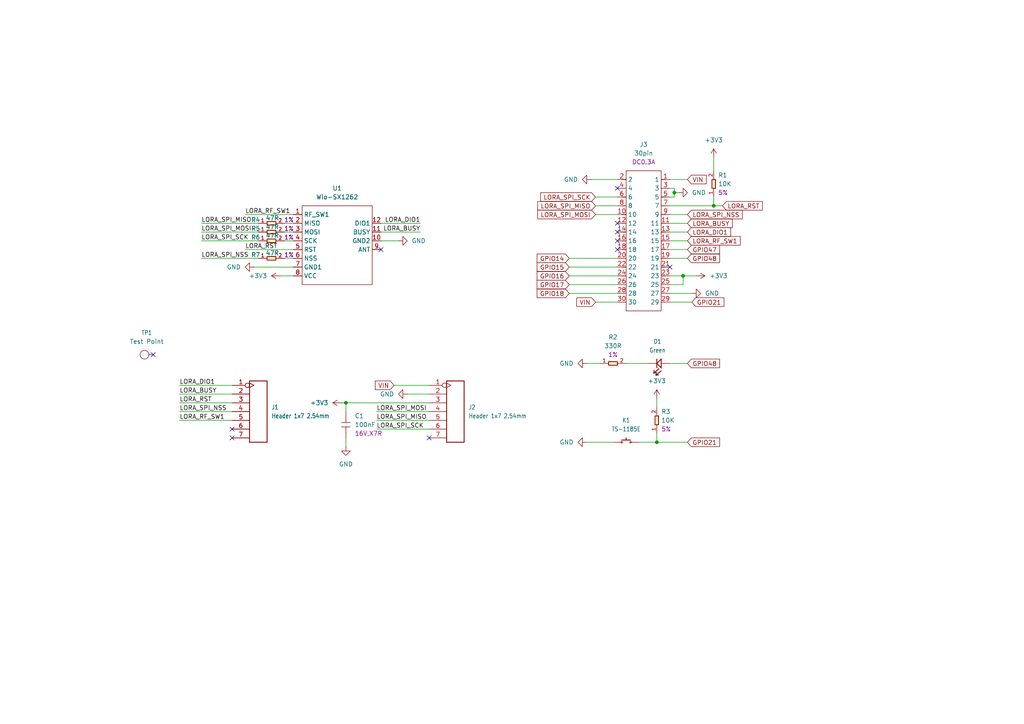
<source format=kicad_sch>
(kicad_sch
	(version 20231120)
	(generator "eeschema")
	(generator_version "8.0")
	(uuid "ddd1596a-1fdb-4457-bd34-9991d769f287")
	(paper "A4")
	(lib_symbols
		(symbol "Power_Gnd:+3V3"
			(power)
			(pin_numbers hide)
			(pin_names
				(offset 0) hide)
			(exclude_from_sim no)
			(in_bom yes)
			(on_board yes)
			(property "Reference" "#PWR"
				(at 0 -3.81 0)
				(effects
					(font
						(size 1.27 1.27)
					)
					(hide yes)
				)
			)
			(property "Value" "+3V3"
				(at 0 3.556 0)
				(effects
					(font
						(size 1.27 1.27)
					)
				)
			)
			(property "Footprint" ""
				(at 0 0 0)
				(effects
					(font
						(size 1.27 1.27)
					)
					(hide yes)
				)
			)
			(property "Datasheet" ""
				(at 0 0 0)
				(effects
					(font
						(size 1.27 1.27)
					)
					(hide yes)
				)
			)
			(property "Description" "Power symbol creates a global label with name \"+3V3\""
				(at 0 0 0)
				(effects
					(font
						(size 1.27 1.27)
					)
					(hide yes)
				)
			)
			(property "ki_keywords" "global power"
				(at 0 0 0)
				(effects
					(font
						(size 1.27 1.27)
					)
					(hide yes)
				)
			)
			(symbol "+3V3_0_1"
				(polyline
					(pts
						(xy -0.762 1.27) (xy 0 2.54)
					)
					(stroke
						(width 0)
						(type default)
					)
					(fill
						(type none)
					)
				)
				(polyline
					(pts
						(xy 0 0) (xy 0 2.54)
					)
					(stroke
						(width 0)
						(type default)
					)
					(fill
						(type none)
					)
				)
				(polyline
					(pts
						(xy 0 2.54) (xy 0.762 1.27)
					)
					(stroke
						(width 0)
						(type default)
					)
					(fill
						(type none)
					)
				)
			)
			(symbol "+3V3_1_1"
				(pin power_in line
					(at 0 0 90)
					(length 0)
					(name "~"
						(effects
							(font
								(size 1.27 1.27)
							)
						)
					)
					(number "1"
						(effects
							(font
								(size 1.27 1.27)
							)
						)
					)
				)
			)
		)
		(symbol "Power_Gnd:GND"
			(power)
			(pin_numbers hide)
			(pin_names
				(offset 0) hide)
			(exclude_from_sim no)
			(in_bom yes)
			(on_board yes)
			(property "Reference" "#PWR"
				(at 0 -6.35 0)
				(effects
					(font
						(size 1.27 1.27)
					)
					(hide yes)
				)
			)
			(property "Value" "GND"
				(at 0 -3.81 0)
				(effects
					(font
						(size 1.27 1.27)
					)
				)
			)
			(property "Footprint" ""
				(at 0 0 0)
				(effects
					(font
						(size 1.27 1.27)
					)
					(hide yes)
				)
			)
			(property "Datasheet" ""
				(at 0 0 0)
				(effects
					(font
						(size 1.27 1.27)
					)
					(hide yes)
				)
			)
			(property "Description" "Power symbol creates a global label with name \"GND\" , ground"
				(at 0 0 0)
				(effects
					(font
						(size 1.27 1.27)
					)
					(hide yes)
				)
			)
			(property "ki_keywords" "global power"
				(at 0 0 0)
				(effects
					(font
						(size 1.27 1.27)
					)
					(hide yes)
				)
			)
			(symbol "GND_0_1"
				(polyline
					(pts
						(xy 0 0) (xy 0 -1.27) (xy 1.27 -1.27) (xy 0 -2.54) (xy -1.27 -1.27) (xy 0 -1.27)
					)
					(stroke
						(width 0)
						(type default)
					)
					(fill
						(type none)
					)
				)
			)
			(symbol "GND_1_1"
				(pin power_in line
					(at 0 0 270)
					(length 0)
					(name "~"
						(effects
							(font
								(size 1.27 1.27)
							)
						)
					)
					(number "1"
						(effects
							(font
								(size 1.27 1.27)
							)
						)
					)
				)
			)
		)
		(symbol "Seeed_libdb:Misc/TP-D3_5c2_2mm"
			(exclude_from_sim no)
			(in_bom yes)
			(on_board yes)
			(property "Reference" "TP"
				(at -2.54 0 0)
				(effects
					(font
						(size 1.27 1.0795)
					)
					(justify left bottom)
				)
			)
			(property "Value" "Test Point"
				(at 5.08 0 0)
				(effects
					(font
						(size 1.27 1.27)
					)
				)
			)
			(property "Footprint" "Misc:TP-D3_5c2_2mm"
				(at -2.54 -5.08 0)
				(effects
					(font
						(size 1.27 1.27)
					)
					(hide yes)
				)
			)
			(property "Datasheet" ""
				(at 0 0 0)
				(effects
					(font
						(size 1.27 1.27)
					)
					(hide yes)
				)
			)
			(property "Description" "Test Point;TP-D3_5c2_2mm"
				(at 0 0 0)
				(effects
					(font
						(size 1.27 1.27)
					)
					(hide yes)
				)
			)
			(property "Manufacturer" ""
				(at 0 0 0)
				(effects
					(font
						(size 1.27 1.27)
					)
					(hide yes)
				)
			)
			(property "MPN" ""
				(at 0 0 0)
				(effects
					(font
						(size 1.27 1.27)
					)
					(hide yes)
				)
			)
			(property "SKU" "TP-D3_5c2_2mm"
				(at 0 0 0)
				(effects
					(font
						(size 1.27 1.27)
					)
					(hide yes)
				)
			)
			(property "Part Type" "Test Point"
				(at 0 0 0)
				(effects
					(font
						(size 1.27 1.27)
					)
					(hide yes)
				)
			)
			(property "Rating" ""
				(at 0 0 0)
				(effects
					(font
						(size 1.27 1.27)
					)
				)
			)
			(property "Status" ""
				(at 0 0 0)
				(effects
					(font
						(size 1.27 1.27)
					)
					(hide yes)
				)
			)
			(property "Temperature" ""
				(at 0 0 0)
				(effects
					(font
						(size 1.27 1.27)
					)
					(hide yes)
				)
			)
			(property "Priority" ""
				(at 0 0 0)
				(effects
					(font
						(size 1.27 1.27)
					)
					(hide yes)
				)
			)
			(property "ki_fp_filters" "Misc:TP-D3_5c2_2mm"
				(at 0 0 0)
				(effects
					(font
						(size 1.27 1.27)
					)
					(hide yes)
				)
			)
			(symbol "Misc/TP-D3_5c2_2mm_1_0"
				(polyline
					(pts
						(xy -2.54 0) (xy -1.27 0)
					)
					(stroke
						(width 0.1524)
						(type solid)
					)
					(fill
						(type none)
					)
				)
				(circle
					(center 0 0)
					(radius 1.27)
					(stroke
						(width 0.1524)
						(type solid)
					)
					(fill
						(type none)
					)
				)
				(pin passive line
					(at -2.54 0 0)
					(length 0)
					(name "T"
						(effects
							(font
								(size 0 0)
							)
						)
					)
					(number "1"
						(effects
							(font
								(size 0 0)
							)
						)
					)
				)
			)
		)
		(symbol "libdb:Capacitors/302010004"
			(pin_numbers hide)
			(pin_names hide)
			(exclude_from_sim no)
			(in_bom yes)
			(on_board yes)
			(property "Reference" "C"
				(at 3.175 0 0)
				(effects
					(font
						(size 1.27 1.27)
					)
				)
			)
			(property "Value" "100nF"
				(at 5.715 -1.905 0)
				(effects
					(font
						(size 1.27 1.27)
					)
				)
			)
			(property "Footprint" "Capacitor:C0402"
				(at 0 0 0)
				(effects
					(font
						(size 1.27 1.27)
					)
					(hide yes)
				)
			)
			(property "Datasheet" ""
				(at 0 0 0)
				(effects
					(font
						(size 1.27 1.27)
					)
					(hide yes)
				)
			)
			(property "Description" "SMD CAP Ceramic 100nF-16V-10%-X7R;0402"
				(at 0 0 0)
				(effects
					(font
						(size 1.27 1.27)
					)
					(hide yes)
				)
			)
			(property "Manufacturer" "YAGEO"
				(at 0 0 0)
				(effects
					(font
						(size 1.27 1.27)
					)
					(hide yes)
				)
			)
			(property "MPN" "CC0402KRX7R7BB104"
				(at 0 0 0)
				(effects
					(font
						(size 1.27 1.27)
					)
					(hide yes)
				)
			)
			(property "SKU" "302010004"
				(at 0 0 0)
				(effects
					(font
						(size 1.27 1.27)
					)
					(hide yes)
				)
			)
			(property "Dielectric" ""
				(at 0 0 0)
				(effects
					(font
						(size 1.27 1.27)
					)
				)
			)
			(property "Part Type" "Ceramic"
				(at 0 0 0)
				(effects
					(font
						(size 1.27 1.27)
					)
					(hide yes)
				)
			)
			(property "Voltage Rating" "16V,X7R"
				(at 0 0 0)
				(effects
					(font
						(size 1.27 1.27)
					)
				)
			)
			(property "Status" "BeagleBone Carrier Board"
				(at 0 0 0)
				(effects
					(font
						(size 1.27 1.27)
					)
					(hide yes)
				)
			)
			(property "Temperature" "-55°C to 125°C"
				(at 0 0 0)
				(effects
					(font
						(size 1.27 1.27)
					)
					(hide yes)
				)
			)
			(property "Priority" ""
				(at 0 0 0)
				(effects
					(font
						(size 1.27 1.27)
					)
					(hide yes)
				)
			)
			(property "ki_fp_filters" "Capacitor:C0402"
				(at 0 0 0)
				(effects
					(font
						(size 1.27 1.27)
					)
					(hide yes)
				)
			)
			(symbol "Capacitors/302010004_0_1"
				(polyline
					(pts
						(xy -1.27 -0.635) (xy 1.27 -0.635)
					)
					(stroke
						(width 0)
						(type default)
					)
					(fill
						(type none)
					)
				)
				(polyline
					(pts
						(xy -1.27 0.635) (xy 1.27 0.635)
					)
					(stroke
						(width 0)
						(type default)
					)
					(fill
						(type none)
					)
				)
				(polyline
					(pts
						(xy 0 -1.27) (xy 0 -0.635)
					)
					(stroke
						(width 0)
						(type default)
					)
					(fill
						(type none)
					)
				)
				(polyline
					(pts
						(xy 0 1.27) (xy 0 0.635)
					)
					(stroke
						(width 0)
						(type default)
					)
					(fill
						(type none)
					)
				)
			)
			(symbol "Capacitors/302010004_1_1"
				(pin passive line
					(at 0 3.81 270)
					(length 2.54)
					(name "1"
						(effects
							(font
								(size 1.27 1.27)
							)
						)
					)
					(number "1"
						(effects
							(font
								(size 1.27 1.27)
							)
						)
					)
				)
				(pin passive line
					(at 0 -3.81 90)
					(length 2.54)
					(name "2"
						(effects
							(font
								(size 1.27 1.27)
							)
						)
					)
					(number "2"
						(effects
							(font
								(size 1.27 1.27)
							)
						)
					)
				)
			)
		)
		(symbol "libdb:Connector/320020216"
			(exclude_from_sim no)
			(in_bom yes)
			(on_board yes)
			(property "Reference" "J"
				(at -2.54 10.16 0)
				(effects
					(font
						(size 1.27 1.0795)
					)
					(justify left bottom)
				)
			)
			(property "Value" "Header 1x7 2.54mm"
				(at -2.54 8.89 0)
				(effects
					(font
						(size 1.27 1.0795)
					)
					(justify left bottom)
				)
			)
			(property "Footprint" "Connector:H7-2.54"
				(at 0 0 0)
				(effects
					(font
						(size 1.27 1.27)
					)
					(hide yes)
				)
			)
			(property "Datasheet" ""
				(at 0 0 0)
				(effects
					(font
						(size 1.27 1.27)
					)
					(hide yes)
				)
			)
			(property "Description" "DIP Black Male Header VERT;1*7P-2.54-2.54-11.6/3.0mm"
				(at 0 0 0)
				(effects
					(font
						(size 1.27 1.27)
					)
					(hide yes)
				)
			)
			(property "Manufacturer" ""
				(at 0 0 0)
				(effects
					(font
						(size 1.27 1.27)
					)
					(hide yes)
				)
			)
			(property "MPN" ""
				(at 0 0 0)
				(effects
					(font
						(size 1.27 1.27)
					)
					(hide yes)
				)
			)
			(property "SKU" "320020216"
				(at 0 0 0)
				(effects
					(font
						(size 1.27 1.27)
					)
					(hide yes)
				)
			)
			(property "Part Type" "Header"
				(at 0 0 0)
				(effects
					(font
						(size 1.27 1.27)
					)
					(hide yes)
				)
			)
			(property "Rating" ""
				(at 0 0 0)
				(effects
					(font
						(size 1.27 1.27)
					)
				)
			)
			(property "Status" "Grove AI HAT for Edge Computing"
				(at 0 0 0)
				(effects
					(font
						(size 1.27 1.27)
					)
					(hide yes)
				)
			)
			(property "Temperature" ""
				(at 0 0 0)
				(effects
					(font
						(size 1.27 1.27)
					)
					(hide yes)
				)
			)
			(property "Priority" ""
				(at 0 0 0)
				(effects
					(font
						(size 1.27 1.27)
					)
					(hide yes)
				)
			)
			(property "ki_fp_filters" "Connector:H7-2.54"
				(at 0 0 0)
				(effects
					(font
						(size 1.27 1.27)
					)
					(hide yes)
				)
			)
			(symbol "Connector/320020216_1_0"
				(polyline
					(pts
						(xy -2.54 -8.89) (xy -2.54 8.89)
					)
					(stroke
						(width 0.254)
						(type solid)
					)
					(fill
						(type none)
					)
				)
				(polyline
					(pts
						(xy -2.54 8.89) (xy 2.54 8.89)
					)
					(stroke
						(width 0.254)
						(type solid)
					)
					(fill
						(type none)
					)
				)
				(polyline
					(pts
						(xy 2.54 -8.89) (xy -2.54 -8.89)
					)
					(stroke
						(width 0.254)
						(type solid)
					)
					(fill
						(type none)
					)
				)
				(polyline
					(pts
						(xy 2.54 8.89) (xy 2.54 -8.89)
					)
					(stroke
						(width 0.254)
						(type solid)
					)
					(fill
						(type none)
					)
				)
				(pin passive inverted_clock
					(at -7.62 7.62 0)
					(length 5.08)
					(name "1"
						(effects
							(font
								(size 0 0)
							)
						)
					)
					(number "1"
						(effects
							(font
								(size 1.27 1.27)
							)
						)
					)
				)
				(pin passive line
					(at -7.62 5.08 0)
					(length 5.08)
					(name "2"
						(effects
							(font
								(size 0 0)
							)
						)
					)
					(number "2"
						(effects
							(font
								(size 1.27 1.27)
							)
						)
					)
				)
				(pin passive line
					(at -7.62 2.54 0)
					(length 5.08)
					(name "3"
						(effects
							(font
								(size 0 0)
							)
						)
					)
					(number "3"
						(effects
							(font
								(size 1.27 1.27)
							)
						)
					)
				)
				(pin passive line
					(at -7.62 0 0)
					(length 5.08)
					(name "4"
						(effects
							(font
								(size 0 0)
							)
						)
					)
					(number "4"
						(effects
							(font
								(size 1.27 1.27)
							)
						)
					)
				)
				(pin passive line
					(at -7.62 -2.54 0)
					(length 5.08)
					(name "5"
						(effects
							(font
								(size 0 0)
							)
						)
					)
					(number "5"
						(effects
							(font
								(size 1.27 1.27)
							)
						)
					)
				)
				(pin passive line
					(at -7.62 -5.08 0)
					(length 5.08)
					(name "6"
						(effects
							(font
								(size 0 0)
							)
						)
					)
					(number "6"
						(effects
							(font
								(size 1.27 1.27)
							)
						)
					)
				)
				(pin passive line
					(at -7.62 -7.62 0)
					(length 5.08)
					(name "7"
						(effects
							(font
								(size 0 0)
							)
						)
					)
					(number "7"
						(effects
							(font
								(size 1.27 1.27)
							)
						)
					)
				)
			)
		)
		(symbol "libdb:Connector/LBF3.9-G30P-BOR01"
			(exclude_from_sim no)
			(in_bom yes)
			(on_board yes)
			(property "Reference" "J"
				(at -4.572 17.272 0)
				(effects
					(font
						(size 1.27 1.27)
					)
				)
			)
			(property "Value" "30pin"
				(at -2.54 15.24 0)
				(effects
					(font
						(size 1.27 1.27)
					)
				)
			)
			(property "Footprint" "Connector:BTB2X15-FEMALE-8.6X2.94X3.9MM"
				(at 0 0 0)
				(effects
					(font
						(size 1.27 1.27)
					)
					(hide yes)
				)
			)
			(property "Datasheet" ""
				(at 0 0 0)
				(effects
					(font
						(size 1.27 1.27)
					)
					(hide yes)
				)
			)
			(property "Description" "SMD,BTB,30P,2*15,LBF3.9-G30P-BOR01"
				(at 0 0 0)
				(effects
					(font
						(size 1.27 1.27)
					)
					(hide yes)
				)
			)
			(property "Manufacturer" "LXWCONN E"
				(at 0 0 0)
				(effects
					(font
						(size 1.27 1.27)
					)
					(hide yes)
				)
			)
			(property "MPN" "BTB SCOKET P0.40"
				(at 0 0 0)
				(effects
					(font
						(size 1.27 1.27)
					)
					(hide yes)
				)
			)
			(property "SKU" "LBF3.9-G30P-BOR01"
				(at 0 0 0)
				(effects
					(font
						(size 1.27 1.27)
					)
					(hide yes)
				)
			)
			(property "Part Type" "Connector"
				(at 0 0 0)
				(effects
					(font
						(size 1.27 1.27)
					)
					(hide yes)
				)
			)
			(property "Rating" "DC0.3A"
				(at 0 0 0)
				(effects
					(font
						(size 1.27 1.27)
					)
				)
			)
			(property "Status" "XIAO+SX1262"
				(at 0 0 0)
				(effects
					(font
						(size 1.27 1.27)
					)
					(hide yes)
				)
			)
			(property "Temperature" "-35°C to 85°C"
				(at 0 0 0)
				(effects
					(font
						(size 1.27 1.27)
					)
					(hide yes)
				)
			)
			(property "Priority" ""
				(at 0 0 0)
				(effects
					(font
						(size 1.27 1.27)
					)
					(hide yes)
				)
			)
			(property "ki_fp_filters" "Connector:BTB2X15-FEMALE-8.6X2.94X3.9MM"
				(at 0 0 0)
				(effects
					(font
						(size 1.27 1.27)
					)
					(hide yes)
				)
			)
			(symbol "Connector/LBF3.9-G30P-BOR01_0_1"
				(polyline
					(pts
						(xy -5.08 -24.13) (xy -5.08 -26.67) (xy 5.08 -26.67) (xy 5.08 -24.13)
					)
					(stroke
						(width 0)
						(type default)
					)
					(fill
						(type none)
					)
				)
				(polyline
					(pts
						(xy 5.08 11.43) (xy 5.08 13.97) (xy -5.08 13.97) (xy -5.08 11.43)
					)
					(stroke
						(width 0)
						(type default)
					)
					(fill
						(type none)
					)
				)
			)
			(symbol "Connector/LBF3.9-G30P-BOR01_1_0"
				(polyline
					(pts
						(xy -5.08 -24.13) (xy -5.08 -13.97)
					)
					(stroke
						(width 0.1524)
						(type solid)
					)
					(fill
						(type none)
					)
				)
				(polyline
					(pts
						(xy -5.08 -16.51) (xy -6.35 -16.51)
					)
					(stroke
						(width 0.1524)
						(type solid)
					)
					(fill
						(type none)
					)
				)
				(polyline
					(pts
						(xy -5.08 -13.97) (xy -6.35 -13.97)
					)
					(stroke
						(width 0.1524)
						(type solid)
					)
					(fill
						(type none)
					)
				)
				(polyline
					(pts
						(xy -5.08 -13.97) (xy -5.08 -11.43)
					)
					(stroke
						(width 0.1524)
						(type solid)
					)
					(fill
						(type none)
					)
				)
				(polyline
					(pts
						(xy -5.08 -11.43) (xy -5.08 -8.89)
					)
					(stroke
						(width 0.1524)
						(type solid)
					)
					(fill
						(type none)
					)
				)
				(polyline
					(pts
						(xy -5.08 -8.89) (xy -6.35 -8.89)
					)
					(stroke
						(width 0.1524)
						(type solid)
					)
					(fill
						(type none)
					)
				)
				(polyline
					(pts
						(xy -5.08 -8.89) (xy -5.08 -6.35)
					)
					(stroke
						(width 0.1524)
						(type solid)
					)
					(fill
						(type none)
					)
				)
				(polyline
					(pts
						(xy -5.08 -6.35) (xy -6.35 -6.35)
					)
					(stroke
						(width 0.1524)
						(type solid)
					)
					(fill
						(type none)
					)
				)
				(polyline
					(pts
						(xy -5.08 -6.35) (xy -5.08 -3.81)
					)
					(stroke
						(width 0.1524)
						(type solid)
					)
					(fill
						(type none)
					)
				)
				(polyline
					(pts
						(xy -5.08 -3.81) (xy -6.35 -3.81)
					)
					(stroke
						(width 0.1524)
						(type solid)
					)
					(fill
						(type none)
					)
				)
				(polyline
					(pts
						(xy -5.08 -3.81) (xy -5.08 -1.27)
					)
					(stroke
						(width 0.1524)
						(type solid)
					)
					(fill
						(type none)
					)
				)
				(polyline
					(pts
						(xy -5.08 -1.27) (xy -6.35 -1.27)
					)
					(stroke
						(width 0.1524)
						(type solid)
					)
					(fill
						(type none)
					)
				)
				(polyline
					(pts
						(xy -5.08 -1.27) (xy -5.08 1.27)
					)
					(stroke
						(width 0.1524)
						(type solid)
					)
					(fill
						(type none)
					)
				)
				(polyline
					(pts
						(xy -5.08 1.27) (xy -6.35 1.27)
					)
					(stroke
						(width 0.1524)
						(type solid)
					)
					(fill
						(type none)
					)
				)
				(polyline
					(pts
						(xy -5.08 1.27) (xy -5.08 3.81)
					)
					(stroke
						(width 0.1524)
						(type solid)
					)
					(fill
						(type none)
					)
				)
				(polyline
					(pts
						(xy -5.08 3.81) (xy -6.35 3.81)
					)
					(stroke
						(width 0.1524)
						(type solid)
					)
					(fill
						(type none)
					)
				)
				(polyline
					(pts
						(xy -5.08 3.81) (xy -5.08 6.35)
					)
					(stroke
						(width 0.1524)
						(type solid)
					)
					(fill
						(type none)
					)
				)
				(polyline
					(pts
						(xy -5.08 6.35) (xy -6.35 6.35)
					)
					(stroke
						(width 0.1524)
						(type solid)
					)
					(fill
						(type none)
					)
				)
				(polyline
					(pts
						(xy -5.08 6.35) (xy -5.08 8.89)
					)
					(stroke
						(width 0.1524)
						(type solid)
					)
					(fill
						(type none)
					)
				)
				(polyline
					(pts
						(xy -5.08 8.89) (xy -6.35 8.89)
					)
					(stroke
						(width 0.1524)
						(type solid)
					)
					(fill
						(type none)
					)
				)
				(polyline
					(pts
						(xy -5.08 8.89) (xy -5.08 11.43)
					)
					(stroke
						(width 0.1524)
						(type solid)
					)
					(fill
						(type none)
					)
				)
				(polyline
					(pts
						(xy -5.08 11.43) (xy -6.35 11.43)
					)
					(stroke
						(width 0.1524)
						(type solid)
					)
					(fill
						(type none)
					)
				)
				(polyline
					(pts
						(xy 5.08 -13.97) (xy 5.08 -24.13)
					)
					(stroke
						(width 0.1524)
						(type solid)
					)
					(fill
						(type none)
					)
				)
				(polyline
					(pts
						(xy 5.08 -11.43) (xy 5.08 -13.97)
					)
					(stroke
						(width 0.1524)
						(type solid)
					)
					(fill
						(type none)
					)
				)
				(polyline
					(pts
						(xy 5.08 -8.89) (xy 5.08 -11.43)
					)
					(stroke
						(width 0.1524)
						(type solid)
					)
					(fill
						(type none)
					)
				)
				(polyline
					(pts
						(xy 5.08 -6.35) (xy 5.08 -8.89)
					)
					(stroke
						(width 0.1524)
						(type solid)
					)
					(fill
						(type none)
					)
				)
				(polyline
					(pts
						(xy 5.08 -3.81) (xy 5.08 -6.35)
					)
					(stroke
						(width 0.1524)
						(type solid)
					)
					(fill
						(type none)
					)
				)
				(polyline
					(pts
						(xy 5.08 -1.27) (xy 5.08 -3.81)
					)
					(stroke
						(width 0.1524)
						(type solid)
					)
					(fill
						(type none)
					)
				)
				(polyline
					(pts
						(xy 5.08 1.27) (xy 5.08 -1.27)
					)
					(stroke
						(width 0.1524)
						(type solid)
					)
					(fill
						(type none)
					)
				)
				(polyline
					(pts
						(xy 5.08 3.81) (xy 5.08 1.27)
					)
					(stroke
						(width 0.1524)
						(type solid)
					)
					(fill
						(type none)
					)
				)
				(polyline
					(pts
						(xy 5.08 6.35) (xy 5.08 3.81)
					)
					(stroke
						(width 0.1524)
						(type solid)
					)
					(fill
						(type none)
					)
				)
				(polyline
					(pts
						(xy 5.08 8.89) (xy 5.08 6.35)
					)
					(stroke
						(width 0.1524)
						(type solid)
					)
					(fill
						(type none)
					)
				)
				(polyline
					(pts
						(xy 5.08 11.43) (xy 5.08 8.89)
					)
					(stroke
						(width 0.1524)
						(type solid)
					)
					(fill
						(type none)
					)
				)
				(polyline
					(pts
						(xy 6.35 -16.51) (xy 5.08 -16.51)
					)
					(stroke
						(width 0.1524)
						(type solid)
					)
					(fill
						(type none)
					)
				)
				(polyline
					(pts
						(xy 6.35 -13.97) (xy 5.08 -13.97)
					)
					(stroke
						(width 0.1524)
						(type solid)
					)
					(fill
						(type none)
					)
				)
				(polyline
					(pts
						(xy 6.35 -11.43) (xy 5.08 -11.43)
					)
					(stroke
						(width 0.1524)
						(type solid)
					)
					(fill
						(type none)
					)
				)
				(polyline
					(pts
						(xy 6.35 -8.89) (xy 5.08 -8.89)
					)
					(stroke
						(width 0.1524)
						(type solid)
					)
					(fill
						(type none)
					)
				)
				(polyline
					(pts
						(xy 6.35 -6.35) (xy 5.08 -6.35)
					)
					(stroke
						(width 0.1524)
						(type solid)
					)
					(fill
						(type none)
					)
				)
				(polyline
					(pts
						(xy 6.35 -3.81) (xy 5.08 -3.81)
					)
					(stroke
						(width 0.1524)
						(type solid)
					)
					(fill
						(type none)
					)
				)
				(polyline
					(pts
						(xy 6.35 -1.27) (xy 5.08 -1.27)
					)
					(stroke
						(width 0.1524)
						(type solid)
					)
					(fill
						(type none)
					)
				)
				(polyline
					(pts
						(xy 6.35 1.27) (xy 5.08 1.27)
					)
					(stroke
						(width 0.1524)
						(type solid)
					)
					(fill
						(type none)
					)
				)
				(polyline
					(pts
						(xy 6.35 3.81) (xy 5.08 3.81)
					)
					(stroke
						(width 0.1524)
						(type solid)
					)
					(fill
						(type none)
					)
				)
				(polyline
					(pts
						(xy 6.35 6.35) (xy 5.08 6.35)
					)
					(stroke
						(width 0.1524)
						(type solid)
					)
					(fill
						(type none)
					)
				)
				(polyline
					(pts
						(xy 6.35 8.89) (xy 5.08 8.89)
					)
					(stroke
						(width 0.1524)
						(type solid)
					)
					(fill
						(type none)
					)
				)
				(polyline
					(pts
						(xy 6.35 11.43) (xy 5.08 11.43)
					)
					(stroke
						(width 0.1524)
						(type solid)
					)
					(fill
						(type none)
					)
				)
			)
			(symbol "Connector/LBF3.9-G30P-BOR01_1_1"
				(pin passive line
					(at 7.62 11.43 180)
					(length 2.54)
					(name "1"
						(effects
							(font
								(size 1.27 1.27)
							)
						)
					)
					(number "1"
						(effects
							(font
								(size 1.27 1.27)
							)
						)
					)
				)
				(pin passive line
					(at -7.62 1.27 0)
					(length 2.54)
					(name "10"
						(effects
							(font
								(size 1.27 1.27)
							)
						)
					)
					(number "10"
						(effects
							(font
								(size 1.27 1.27)
							)
						)
					)
				)
				(pin passive line
					(at 7.62 -1.27 180)
					(length 2.54)
					(name "11"
						(effects
							(font
								(size 1.27 1.27)
							)
						)
					)
					(number "11"
						(effects
							(font
								(size 1.27 1.27)
							)
						)
					)
				)
				(pin passive line
					(at -7.62 -1.27 0)
					(length 2.54)
					(name "12"
						(effects
							(font
								(size 1.27 1.27)
							)
						)
					)
					(number "12"
						(effects
							(font
								(size 1.27 1.27)
							)
						)
					)
				)
				(pin passive line
					(at 7.62 -3.81 180)
					(length 2.54)
					(name "13"
						(effects
							(font
								(size 1.27 1.27)
							)
						)
					)
					(number "13"
						(effects
							(font
								(size 1.27 1.27)
							)
						)
					)
				)
				(pin passive line
					(at -7.62 -3.81 0)
					(length 2.54)
					(name "14"
						(effects
							(font
								(size 1.27 1.27)
							)
						)
					)
					(number "14"
						(effects
							(font
								(size 1.27 1.27)
							)
						)
					)
				)
				(pin passive line
					(at 7.62 -6.35 180)
					(length 2.54)
					(name "15"
						(effects
							(font
								(size 1.27 1.27)
							)
						)
					)
					(number "15"
						(effects
							(font
								(size 1.27 1.27)
							)
						)
					)
				)
				(pin passive line
					(at -7.62 -6.35 0)
					(length 2.54)
					(name "16"
						(effects
							(font
								(size 1.27 1.27)
							)
						)
					)
					(number "16"
						(effects
							(font
								(size 1.27 1.27)
							)
						)
					)
				)
				(pin passive line
					(at 7.62 -8.89 180)
					(length 2.54)
					(name "17"
						(effects
							(font
								(size 1.27 1.27)
							)
						)
					)
					(number "17"
						(effects
							(font
								(size 1.27 1.27)
							)
						)
					)
				)
				(pin passive line
					(at -7.62 -8.89 0)
					(length 2.54)
					(name "18"
						(effects
							(font
								(size 1.27 1.27)
							)
						)
					)
					(number "18"
						(effects
							(font
								(size 1.27 1.27)
							)
						)
					)
				)
				(pin passive line
					(at 7.62 -11.43 180)
					(length 2.54)
					(name "19"
						(effects
							(font
								(size 1.27 1.27)
							)
						)
					)
					(number "19"
						(effects
							(font
								(size 1.27 1.27)
							)
						)
					)
				)
				(pin passive line
					(at -7.62 11.43 0)
					(length 2.54)
					(name "2"
						(effects
							(font
								(size 1.27 1.27)
							)
						)
					)
					(number "2"
						(effects
							(font
								(size 1.27 1.27)
							)
						)
					)
				)
				(pin passive line
					(at -7.62 -11.43 0)
					(length 2.54)
					(name "20"
						(effects
							(font
								(size 1.27 1.27)
							)
						)
					)
					(number "20"
						(effects
							(font
								(size 1.27 1.27)
							)
						)
					)
				)
				(pin passive line
					(at 7.62 -13.97 180)
					(length 2.54)
					(name "21"
						(effects
							(font
								(size 1.27 1.27)
							)
						)
					)
					(number "21"
						(effects
							(font
								(size 1.27 1.27)
							)
						)
					)
				)
				(pin passive line
					(at -7.62 -13.97 0)
					(length 2.54)
					(name "22"
						(effects
							(font
								(size 1.27 1.27)
							)
						)
					)
					(number "22"
						(effects
							(font
								(size 1.27 1.27)
							)
						)
					)
				)
				(pin passive line
					(at 7.62 -16.51 180)
					(length 2.54)
					(name "23"
						(effects
							(font
								(size 1.27 1.27)
							)
						)
					)
					(number "23"
						(effects
							(font
								(size 1.27 1.27)
							)
						)
					)
				)
				(pin passive line
					(at -7.62 -16.51 0)
					(length 2.54)
					(name "24"
						(effects
							(font
								(size 1.27 1.27)
							)
						)
					)
					(number "24"
						(effects
							(font
								(size 1.27 1.27)
							)
						)
					)
				)
				(pin passive line
					(at 7.62 -19.05 180)
					(length 2.54)
					(name "25"
						(effects
							(font
								(size 1.27 1.27)
							)
						)
					)
					(number "25"
						(effects
							(font
								(size 1.27 1.27)
							)
						)
					)
				)
				(pin passive line
					(at -7.62 -19.05 0)
					(length 2.54)
					(name "26"
						(effects
							(font
								(size 1.27 1.27)
							)
						)
					)
					(number "26"
						(effects
							(font
								(size 1.27 1.27)
							)
						)
					)
				)
				(pin passive line
					(at 7.62 -21.59 180)
					(length 2.54)
					(name "27"
						(effects
							(font
								(size 1.27 1.27)
							)
						)
					)
					(number "27"
						(effects
							(font
								(size 1.27 1.27)
							)
						)
					)
				)
				(pin passive line
					(at -7.62 -21.59 0)
					(length 2.54)
					(name "28"
						(effects
							(font
								(size 1.27 1.27)
							)
						)
					)
					(number "28"
						(effects
							(font
								(size 1.27 1.27)
							)
						)
					)
				)
				(pin passive line
					(at 7.62 -24.13 180)
					(length 2.54)
					(name "29"
						(effects
							(font
								(size 1.27 1.27)
							)
						)
					)
					(number "29"
						(effects
							(font
								(size 1.27 1.27)
							)
						)
					)
				)
				(pin passive line
					(at 7.62 8.89 180)
					(length 2.54)
					(name "3"
						(effects
							(font
								(size 1.27 1.27)
							)
						)
					)
					(number "3"
						(effects
							(font
								(size 1.27 1.27)
							)
						)
					)
				)
				(pin passive line
					(at -7.62 -24.13 0)
					(length 2.54)
					(name "30"
						(effects
							(font
								(size 1.27 1.27)
							)
						)
					)
					(number "30"
						(effects
							(font
								(size 1.27 1.27)
							)
						)
					)
				)
				(pin passive line
					(at -7.62 8.89 0)
					(length 2.54)
					(name "4"
						(effects
							(font
								(size 1.27 1.27)
							)
						)
					)
					(number "4"
						(effects
							(font
								(size 1.27 1.27)
							)
						)
					)
				)
				(pin passive line
					(at 7.62 6.35 180)
					(length 2.54)
					(name "5"
						(effects
							(font
								(size 1.27 1.27)
							)
						)
					)
					(number "5"
						(effects
							(font
								(size 1.27 1.27)
							)
						)
					)
				)
				(pin passive line
					(at -7.62 6.35 0)
					(length 2.54)
					(name "6"
						(effects
							(font
								(size 1.27 1.27)
							)
						)
					)
					(number "6"
						(effects
							(font
								(size 1.27 1.27)
							)
						)
					)
				)
				(pin passive line
					(at 7.62 3.81 180)
					(length 2.54)
					(name "7"
						(effects
							(font
								(size 1.27 1.27)
							)
						)
					)
					(number "7"
						(effects
							(font
								(size 1.27 1.27)
							)
						)
					)
				)
				(pin passive line
					(at -7.62 3.81 0)
					(length 2.54)
					(name "8"
						(effects
							(font
								(size 1.27 1.27)
							)
						)
					)
					(number "8"
						(effects
							(font
								(size 1.27 1.27)
							)
						)
					)
				)
				(pin passive line
					(at 7.62 1.27 180)
					(length 2.54)
					(name "9"
						(effects
							(font
								(size 1.27 1.27)
							)
						)
					)
					(number "9"
						(effects
							(font
								(size 1.27 1.27)
							)
						)
					)
				)
			)
		)
		(symbol "libdb:Diode/304090043"
			(exclude_from_sim no)
			(in_bom yes)
			(on_board yes)
			(property "Reference" "D"
				(at -2.032 1.016 0)
				(effects
					(font
						(size 1.27 1.0795)
					)
					(justify left bottom)
				)
			)
			(property "Value" "Green"
				(at 1.397 0.889 0)
				(effects
					(font
						(size 1.27 1.0795)
					)
					(justify left bottom)
				)
			)
			(property "Footprint" "Diode:LED-0603"
				(at 0 0 0)
				(effects
					(font
						(size 1.27 1.27)
					)
					(hide yes)
				)
			)
			(property "Datasheet" ""
				(at 0 0 0)
				(effects
					(font
						(size 1.27 1.27)
					)
					(hide yes)
				)
			)
			(property "Description" "SMD LED Clear-Green;LED-0603"
				(at 0 0 0)
				(effects
					(font
						(size 1.27 1.27)
					)
					(hide yes)
				)
			)
			(property "Manufacturer" "Everlight"
				(at 0 0 0)
				(effects
					(font
						(size 1.27 1.27)
					)
					(hide yes)
				)
			)
			(property "MPN" "19-217/G7C-AN1P2/3T"
				(at 0 0 0)
				(effects
					(font
						(size 1.27 1.27)
					)
					(hide yes)
				)
			)
			(property "SKU" "304090043"
				(at 0 0 0)
				(effects
					(font
						(size 1.27 1.27)
					)
					(hide yes)
				)
			)
			(property "Part Type" "LED"
				(at 0 0 0)
				(effects
					(font
						(size 1.27 1.27)
					)
					(hide yes)
				)
			)
			(property "Rating" ""
				(at 0 0 0)
				(effects
					(font
						(size 1.27 1.27)
					)
				)
			)
			(property "Status" "BeagleBone Carrier Board"
				(at 0 0 0)
				(effects
					(font
						(size 1.27 1.27)
					)
					(hide yes)
				)
			)
			(property "Temperature" "-40°C to 85°C"
				(at 0 0 0)
				(effects
					(font
						(size 1.27 1.27)
					)
					(hide yes)
				)
			)
			(property "Priority" ""
				(at 0 0 0)
				(effects
					(font
						(size 1.27 1.27)
					)
					(hide yes)
				)
			)
			(property "ki_fp_filters" "Diode:LED-0603"
				(at 0 0 0)
				(effects
					(font
						(size 1.27 1.27)
					)
					(hide yes)
				)
			)
			(symbol "Diode/304090043_1_0"
				(polyline
					(pts
						(xy 0 -1.27) (xy 1.27 0)
					)
					(stroke
						(width 0.254)
						(type solid)
					)
					(fill
						(type none)
					)
				)
				(polyline
					(pts
						(xy 0 1.27) (xy 0 -1.27)
					)
					(stroke
						(width 0.254)
						(type solid)
					)
					(fill
						(type none)
					)
				)
				(polyline
					(pts
						(xy 0 2.159) (xy 1.524 3.429)
					)
					(stroke
						(width 0.254)
						(type solid)
					)
					(fill
						(type none)
					)
				)
				(polyline
					(pts
						(xy 0.635 1.524) (xy 2.159 2.794)
					)
					(stroke
						(width 0.254)
						(type solid)
					)
					(fill
						(type none)
					)
				)
				(polyline
					(pts
						(xy 1.27 0) (xy 0 1.27)
					)
					(stroke
						(width 0.254)
						(type solid)
					)
					(fill
						(type none)
					)
				)
				(polyline
					(pts
						(xy 1.27 0) (xy 1.27 -1.27)
					)
					(stroke
						(width 0.254)
						(type solid)
					)
					(fill
						(type none)
					)
				)
				(polyline
					(pts
						(xy 1.27 1.27) (xy 1.27 0)
					)
					(stroke
						(width 0.254)
						(type solid)
					)
					(fill
						(type none)
					)
				)
				(polyline
					(pts
						(xy 1.524 3.429) (xy 0.762 3.302)
					)
					(stroke
						(width 0.254)
						(type solid)
					)
					(fill
						(type none)
					)
				)
				(polyline
					(pts
						(xy 1.524 3.429) (xy 1.397 2.667)
					)
					(stroke
						(width 0.254)
						(type solid)
					)
					(fill
						(type none)
					)
				)
				(polyline
					(pts
						(xy 2.159 2.794) (xy 1.397 2.667)
					)
					(stroke
						(width 0.254)
						(type solid)
					)
					(fill
						(type none)
					)
				)
				(polyline
					(pts
						(xy 2.159 2.794) (xy 2.032 2.032)
					)
					(stroke
						(width 0.254)
						(type solid)
					)
					(fill
						(type none)
					)
				)
				(pin passive line
					(at -2.54 0 0)
					(length 2.54)
					(name "+"
						(effects
							(font
								(size 0 0)
							)
						)
					)
					(number "1"
						(effects
							(font
								(size 0 0)
							)
						)
					)
				)
				(pin passive line
					(at 3.81 0 180)
					(length 2.54)
					(name "-"
						(effects
							(font
								(size 0 0)
							)
						)
					)
					(number "2"
						(effects
							(font
								(size 0 0)
							)
						)
					)
				)
			)
		)
		(symbol "libdb:Module/114993390"
			(exclude_from_sim no)
			(in_bom yes)
			(on_board yes)
			(property "Reference" "U"
				(at -9.652 12.954 0)
				(effects
					(font
						(size 1.27 1.27)
					)
				)
			)
			(property "Value" "Wio-SX1262"
				(at -7.62 11.176 0)
				(effects
					(font
						(size 1.27 1.27)
					)
				)
			)
			(property "Footprint" "Module:MODULE12P-1.27-11X11.6MM"
				(at -5.08 2.54 0)
				(effects
					(font
						(size 1.27 1.27)
					)
					(hide yes)
				)
			)
			(property "Datasheet" ""
				(at -5.08 2.54 0)
				(effects
					(font
						(size 1.27 1.27)
					)
					(hide yes)
				)
			)
			(property "Description" "Wio-SX1262 Wireless Module"
				(at -5.08 2.54 0)
				(effects
					(font
						(size 1.27 1.27)
					)
					(hide yes)
				)
			)
			(property "Manufacturer" "SenseCAP"
				(at 0 0 0)
				(effects
					(font
						(size 1.27 1.27)
					)
					(hide yes)
				)
			)
			(property "MPN" "Wio-SX1262"
				(at 0 0 0)
				(effects
					(font
						(size 1.27 1.27)
					)
					(hide yes)
				)
			)
			(property "SKU" "114993390"
				(at 0 0 0)
				(effects
					(font
						(size 1.27 1.27)
					)
					(hide yes)
				)
			)
			(property "Part Type" "Module"
				(at 0 0 0)
				(effects
					(font
						(size 1.27 1.27)
					)
					(hide yes)
				)
			)
			(property "Rating" ""
				(at 0 0 0)
				(effects
					(font
						(size 1.27 1.27)
					)
				)
			)
			(property "Status" "XIAO+SX1262"
				(at 0 0 0)
				(effects
					(font
						(size 1.27 1.27)
					)
					(hide yes)
				)
			)
			(property "Temperature" "-40°C to 85°C"
				(at 0 0 0)
				(effects
					(font
						(size 1.27 1.27)
					)
					(hide yes)
				)
			)
			(property "Priority" ""
				(at 0 0 0)
				(effects
					(font
						(size 1.27 1.27)
					)
					(hide yes)
				)
			)
			(property "ki_fp_filters" "Module:MODULE12P-1.27-11X11.6MM"
				(at 0 0 0)
				(effects
					(font
						(size 1.27 1.27)
					)
					(hide yes)
				)
			)
			(symbol "Module/114993390_0_1"
				(rectangle
					(start -10.16 10.16)
					(end 10.16 -12.7)
					(stroke
						(width 0)
						(type default)
					)
					(fill
						(type none)
					)
				)
			)
			(symbol "Module/114993390_1_1"
				(pin passive line
					(at -12.7 7.62 0)
					(length 2.54)
					(name "RF_SW1"
						(effects
							(font
								(size 1.27 1.27)
							)
						)
					)
					(number "1"
						(effects
							(font
								(size 1.27 1.27)
							)
						)
					)
				)
				(pin passive line
					(at 12.7 0 180)
					(length 2.54)
					(name "GND2"
						(effects
							(font
								(size 1.27 1.27)
							)
						)
					)
					(number "10"
						(effects
							(font
								(size 1.27 1.27)
							)
						)
					)
				)
				(pin passive line
					(at 12.7 2.54 180)
					(length 2.54)
					(name "BUSY"
						(effects
							(font
								(size 1.27 1.27)
							)
						)
					)
					(number "11"
						(effects
							(font
								(size 1.27 1.27)
							)
						)
					)
				)
				(pin passive line
					(at 12.7 5.08 180)
					(length 2.54)
					(name "DIO1"
						(effects
							(font
								(size 1.27 1.27)
							)
						)
					)
					(number "12"
						(effects
							(font
								(size 1.27 1.27)
							)
						)
					)
				)
				(pin passive line
					(at -12.7 5.08 0)
					(length 2.54)
					(name "MISO"
						(effects
							(font
								(size 1.27 1.27)
							)
						)
					)
					(number "2"
						(effects
							(font
								(size 1.27 1.27)
							)
						)
					)
				)
				(pin passive line
					(at -12.7 2.54 0)
					(length 2.54)
					(name "MOSI"
						(effects
							(font
								(size 1.27 1.27)
							)
						)
					)
					(number "3"
						(effects
							(font
								(size 1.27 1.27)
							)
						)
					)
				)
				(pin passive line
					(at -12.7 0 0)
					(length 2.54)
					(name "SCK"
						(effects
							(font
								(size 1.27 1.27)
							)
						)
					)
					(number "4"
						(effects
							(font
								(size 1.27 1.27)
							)
						)
					)
				)
				(pin passive line
					(at -12.7 -2.54 0)
					(length 2.54)
					(name "RST"
						(effects
							(font
								(size 1.27 1.27)
							)
						)
					)
					(number "5"
						(effects
							(font
								(size 1.27 1.27)
							)
						)
					)
				)
				(pin passive line
					(at -12.7 -5.08 0)
					(length 2.54)
					(name "NSS"
						(effects
							(font
								(size 1.27 1.27)
							)
						)
					)
					(number "6"
						(effects
							(font
								(size 1.27 1.27)
							)
						)
					)
				)
				(pin passive line
					(at -12.7 -7.62 0)
					(length 2.54)
					(name "GND1"
						(effects
							(font
								(size 1.27 1.27)
							)
						)
					)
					(number "7"
						(effects
							(font
								(size 1.27 1.27)
							)
						)
					)
				)
				(pin passive line
					(at -12.7 -10.16 0)
					(length 2.54)
					(name "VCC"
						(effects
							(font
								(size 1.27 1.27)
							)
						)
					)
					(number "8"
						(effects
							(font
								(size 1.27 1.27)
							)
						)
					)
				)
				(pin passive line
					(at 12.7 -2.54 180)
					(length 2.54)
					(name "ANT"
						(effects
							(font
								(size 1.27 1.27)
							)
						)
					)
					(number "9"
						(effects
							(font
								(size 1.27 1.27)
							)
						)
					)
				)
			)
		)
		(symbol "libdb:Resistors/301010004"
			(pin_names
				(offset 1.016)
			)
			(exclude_from_sim no)
			(in_bom yes)
			(on_board yes)
			(property "Reference" "R"
				(at -1.905 0.635 0)
				(effects
					(font
						(size 1.27 1.27)
					)
					(justify left bottom)
				)
			)
			(property "Value" "10K"
				(at 0.635 0.635 0)
				(effects
					(font
						(size 1.27 1.27)
					)
					(justify left bottom)
				)
			)
			(property "Footprint" "Resistor:R0402"
				(at 0 0 0)
				(effects
					(font
						(size 1.27 1.27)
					)
					(hide yes)
				)
			)
			(property "Datasheet" ""
				(at 0 0 0)
				(effects
					(font
						(size 1.27 1.27)
					)
					(hide yes)
				)
			)
			(property "Description" "SMD RES 10K-5%-1/16W;0402"
				(at 0 0 0)
				(effects
					(font
						(size 1.27 1.27)
					)
					(hide yes)
				)
			)
			(property "Manufacturer" "YAGEO"
				(at 0 0 0)
				(effects
					(font
						(size 1.27 1.27)
					)
					(hide yes)
				)
			)
			(property "MPN" "RC0402JR-0710KL"
				(at 0 0 0)
				(effects
					(font
						(size 1.27 1.27)
					)
					(hide yes)
				)
			)
			(property "SKU" "301010004"
				(at 0 0 0)
				(effects
					(font
						(size 1.27 1.27)
					)
					(hide yes)
				)
			)
			(property "Resistance" "10K"
				(at 0 0 0)
				(effects
					(font
						(size 1.27 1.27)
					)
					(hide yes)
				)
			)
			(property "Tolerance" ""
				(at 0 0 0)
				(effects
					(font
						(size 1.27 1.27)
					)
					(hide yes)
				)
			)
			(property "Part Type" "RES"
				(at 0 0 0)
				(effects
					(font
						(size 1.27 1.27)
					)
					(hide yes)
				)
			)
			(property "Power Rating" "5%"
				(at 0 0 0)
				(effects
					(font
						(size 1.27 1.27)
					)
				)
			)
			(property "Status" "BeagleBone Carrier Board"
				(at 0 0 0)
				(effects
					(font
						(size 1.27 1.27)
					)
					(hide yes)
				)
			)
			(property "Temperature" "-55°C to 155°C"
				(at 0 0 0)
				(effects
					(font
						(size 1.27 1.27)
					)
					(hide yes)
				)
			)
			(property "Priority" ""
				(at 0 0 0)
				(effects
					(font
						(size 1.27 1.27)
					)
					(hide yes)
				)
			)
			(property "ki_fp_filters" "Resistor:R0402"
				(at 0 0 0)
				(effects
					(font
						(size 1.27 1.27)
					)
					(hide yes)
				)
			)
			(symbol "Resistors/301010004_0_0"
				(rectangle
					(start -1.27 -0.508)
					(end 1.27 0.508)
					(stroke
						(width 0.254)
						(type default)
					)
					(fill
						(type background)
					)
				)
				(pin passive line
					(at -3.81 0 0)
					(length 2.54)
					(name "~"
						(effects
							(font
								(size 1.016 1.016)
							)
						)
					)
					(number "1"
						(effects
							(font
								(size 1.016 1.016)
							)
						)
					)
				)
				(pin passive line
					(at 3.81 0 180)
					(length 2.54)
					(name "~"
						(effects
							(font
								(size 1.016 1.016)
							)
						)
					)
					(number "2"
						(effects
							(font
								(size 1.016 1.016)
							)
						)
					)
				)
			)
		)
		(symbol "libdb:Resistors/301010466"
			(pin_names
				(offset 1.016)
			)
			(exclude_from_sim no)
			(in_bom yes)
			(on_board yes)
			(property "Reference" "R"
				(at -1.905 0.635 0)
				(effects
					(font
						(size 1.27 1.27)
					)
					(justify left bottom)
				)
			)
			(property "Value" "330R"
				(at 0.635 0.635 0)
				(effects
					(font
						(size 1.27 1.27)
					)
					(justify left bottom)
				)
			)
			(property "Footprint" "Resistor:R0402"
				(at 0 0 0)
				(effects
					(font
						(size 1.27 1.27)
					)
					(hide yes)
				)
			)
			(property "Datasheet" ""
				(at 0 0 0)
				(effects
					(font
						(size 1.27 1.27)
					)
					(hide yes)
				)
			)
			(property "Description" "SMD RES 330R-1%-1/16W;0402"
				(at 0 0 0)
				(effects
					(font
						(size 1.27 1.27)
					)
					(hide yes)
				)
			)
			(property "Manufacturer" "YAGEO"
				(at 0 0 0)
				(effects
					(font
						(size 1.27 1.27)
					)
					(hide yes)
				)
			)
			(property "MPN" "RC0402FR-07330RL"
				(at 0 0 0)
				(effects
					(font
						(size 1.27 1.27)
					)
					(hide yes)
				)
			)
			(property "SKU" "301010466"
				(at 0 0 0)
				(effects
					(font
						(size 1.27 1.27)
					)
					(hide yes)
				)
			)
			(property "Resistance" "330R"
				(at 0 0 0)
				(effects
					(font
						(size 1.27 1.27)
					)
					(hide yes)
				)
			)
			(property "Tolerance" ""
				(at 0 0 0)
				(effects
					(font
						(size 1.27 1.27)
					)
					(hide yes)
				)
			)
			(property "Part Type" "RES"
				(at 0 0 0)
				(effects
					(font
						(size 1.27 1.27)
					)
					(hide yes)
				)
			)
			(property "Power Rating" "1%"
				(at 0 0 0)
				(effects
					(font
						(size 1.27 1.27)
					)
				)
			)
			(property "Status" "Combox Pro"
				(at 0 0 0)
				(effects
					(font
						(size 1.27 1.27)
					)
					(hide yes)
				)
			)
			(property "Temperature" "-55°C to 155°C"
				(at 0 0 0)
				(effects
					(font
						(size 1.27 1.27)
					)
					(hide yes)
				)
			)
			(property "Priority" ""
				(at 0 0 0)
				(effects
					(font
						(size 1.27 1.27)
					)
					(hide yes)
				)
			)
			(property "ki_fp_filters" "Resistor:R0402"
				(at 0 0 0)
				(effects
					(font
						(size 1.27 1.27)
					)
					(hide yes)
				)
			)
			(symbol "Resistors/301010466_0_0"
				(rectangle
					(start -1.27 -0.508)
					(end 1.27 0.508)
					(stroke
						(width 0.254)
						(type default)
					)
					(fill
						(type background)
					)
				)
				(pin passive line
					(at -3.81 0 0)
					(length 2.54)
					(name "~"
						(effects
							(font
								(size 1.016 1.016)
							)
						)
					)
					(number "1"
						(effects
							(font
								(size 1.016 1.016)
							)
						)
					)
				)
				(pin passive line
					(at 3.81 0 180)
					(length 2.54)
					(name "~"
						(effects
							(font
								(size 1.016 1.016)
							)
						)
					)
					(number "2"
						(effects
							(font
								(size 1.016 1.016)
							)
						)
					)
				)
			)
		)
		(symbol "libdb:Resistors/301010878"
			(pin_names
				(offset 1.016)
			)
			(exclude_from_sim no)
			(in_bom yes)
			(on_board yes)
			(property "Reference" "R"
				(at -1.905 0.635 0)
				(effects
					(font
						(size 1.27 1.27)
					)
					(justify left bottom)
				)
			)
			(property "Value" "47R"
				(at 0.635 0.635 0)
				(effects
					(font
						(size 1.27 1.27)
					)
					(justify left bottom)
				)
			)
			(property "Footprint" "Resistor:R0402"
				(at 0 0 0)
				(effects
					(font
						(size 1.27 1.27)
					)
					(hide yes)
				)
			)
			(property "Datasheet" ""
				(at 0 0 0)
				(effects
					(font
						(size 1.27 1.27)
					)
					(hide yes)
				)
			)
			(property "Description" "SMD RES 47R-1%-1/20W;0402"
				(at 0 0 0)
				(effects
					(font
						(size 1.27 1.27)
					)
					(hide yes)
				)
			)
			(property "Manufacturer" "YAGEO"
				(at 0 0 0)
				(effects
					(font
						(size 1.27 1.27)
					)
					(hide yes)
				)
			)
			(property "MPN" "RC0201FR-0745RL	"
				(at 0 0 0)
				(effects
					(font
						(size 1.27 1.27)
					)
					(hide yes)
				)
			)
			(property "SKU" "301010878"
				(at 0 0 0)
				(effects
					(font
						(size 1.27 1.27)
					)
					(hide yes)
				)
			)
			(property "Resistance" "47R"
				(at 0 0 0)
				(effects
					(font
						(size 1.27 1.27)
					)
					(hide yes)
				)
			)
			(property "Tolerance" ""
				(at 0 0 0)
				(effects
					(font
						(size 1.27 1.27)
					)
					(hide yes)
				)
			)
			(property "Part Type" "RES"
				(at 0 0 0)
				(effects
					(font
						(size 1.27 1.27)
					)
					(hide yes)
				)
			)
			(property "Power Rating" "1%"
				(at 0 0 0)
				(effects
					(font
						(size 1.27 1.27)
					)
				)
			)
			(property "Status" "XIAO RA4M1"
				(at 0 0 0)
				(effects
					(font
						(size 1.27 1.27)
					)
					(hide yes)
				)
			)
			(property "Temperature" "-55°C to 125°C"
				(at 0 0 0)
				(effects
					(font
						(size 1.27 1.27)
					)
					(hide yes)
				)
			)
			(property "Priority" ""
				(at 0 0 0)
				(effects
					(font
						(size 1.27 1.27)
					)
					(hide yes)
				)
			)
			(property "ki_fp_filters" "Resistor:R0402"
				(at 0 0 0)
				(effects
					(font
						(size 1.27 1.27)
					)
					(hide yes)
				)
			)
			(symbol "Resistors/301010878_0_0"
				(rectangle
					(start -1.27 -0.508)
					(end 1.27 0.508)
					(stroke
						(width 0.254)
						(type default)
					)
					(fill
						(type background)
					)
				)
				(pin passive line
					(at -3.81 0 0)
					(length 2.54)
					(name "~"
						(effects
							(font
								(size 1.016 1.016)
							)
						)
					)
					(number "1"
						(effects
							(font
								(size 1.016 1.016)
							)
						)
					)
				)
				(pin passive line
					(at 3.81 0 180)
					(length 2.54)
					(name "~"
						(effects
							(font
								(size 1.016 1.016)
							)
						)
					)
					(number "2"
						(effects
							(font
								(size 1.016 1.016)
							)
						)
					)
				)
			)
		)
		(symbol "libdb:Switch/311020068"
			(exclude_from_sim no)
			(in_bom yes)
			(on_board yes)
			(property "Reference" "K"
				(at -1.27 1.27 0)
				(effects
					(font
						(size 1.27 1.0795)
					)
					(justify left bottom)
				)
			)
			(property "Value" "TS-1185E"
				(at -2.54 -2.54 0)
				(effects
					(font
						(size 1.27 1.0795)
					)
					(justify left bottom)
				)
			)
			(property "Footprint" "Switch:BUTTON2P_3_9X3X2MM"
				(at 0 0 0)
				(effects
					(font
						(size 1.27 1.27)
					)
					(hide yes)
				)
			)
			(property "Datasheet" ""
				(at 0 0 0)
				(effects
					(font
						(size 1.27 1.27)
					)
					(hide yes)
				)
			)
			(property "Description" "SMD Top Button;2P-3*4*2mm"
				(at 0 0 0)
				(effects
					(font
						(size 1.27 1.27)
					)
					(hide yes)
				)
			)
			(property "Manufacturer" "百斯特"
				(at 0 0 0)
				(effects
					(font
						(size 1.27 1.27)
					)
					(hide yes)
				)
			)
			(property "MPN" "TS-1185E"
				(at 0 0 0)
				(effects
					(font
						(size 1.27 1.27)
					)
					(hide yes)
				)
			)
			(property "SKU" "311020068"
				(at 0 0 0)
				(effects
					(font
						(size 1.27 1.27)
					)
					(hide yes)
				)
			)
			(property "Part Type" "Switch"
				(at 0 0 0)
				(effects
					(font
						(size 1.27 1.27)
					)
					(hide yes)
				)
			)
			(property "Rating" ""
				(at 0 0 0)
				(effects
					(font
						(size 1.27 1.27)
					)
				)
			)
			(property "Status" ""
				(at 0 0 0)
				(effects
					(font
						(size 1.27 1.27)
					)
					(hide yes)
				)
			)
			(property "Temperature" ""
				(at 0 0 0)
				(effects
					(font
						(size 1.27 1.27)
					)
					(hide yes)
				)
			)
			(property "Priority" ""
				(at 0 0 0)
				(effects
					(font
						(size 1.27 1.27)
					)
					(hide yes)
				)
			)
			(property "ki_fp_filters" "Switch:BUTTON2P_3_9X3X2MM"
				(at 0 0 0)
				(effects
					(font
						(size 1.27 1.27)
					)
					(hide yes)
				)
			)
			(symbol "Switch/311020068_1_0"
				(circle
					(center -1.27 0)
					(radius 0.254)
					(stroke
						(width 0)
						(type solid)
					)
					(fill
						(type none)
					)
				)
				(polyline
					(pts
						(xy -1.27 0.635) (xy 0 0.635)
					)
					(stroke
						(width 0.254)
						(type solid)
					)
					(fill
						(type none)
					)
				)
				(polyline
					(pts
						(xy 0 0.635) (xy 0 1.27)
					)
					(stroke
						(width 0.254)
						(type solid)
					)
					(fill
						(type none)
					)
				)
				(polyline
					(pts
						(xy 0 0.635) (xy 1.27 0.635)
					)
					(stroke
						(width 0.254)
						(type solid)
					)
					(fill
						(type none)
					)
				)
				(circle
					(center 1.27 0)
					(radius 0.254)
					(stroke
						(width 0)
						(type solid)
					)
					(fill
						(type none)
					)
				)
				(pin passive line
					(at -3.81 0 0)
					(length 2.54)
					(name "1"
						(effects
							(font
								(size 0 0)
							)
						)
					)
					(number "1"
						(effects
							(font
								(size 0 0)
							)
						)
					)
				)
				(pin passive line
					(at 3.81 0 180)
					(length 2.54)
					(name "2"
						(effects
							(font
								(size 0 0)
							)
						)
					)
					(number "2"
						(effects
							(font
								(size 0 0)
							)
						)
					)
				)
			)
		)
	)
	(junction
		(at 198.12 80.01)
		(diameter 0)
		(color 0 0 0 0)
		(uuid "1eed7cac-e3bd-4d56-a768-cbebea461e5c")
	)
	(junction
		(at 190.5 128.27)
		(diameter 0)
		(color 0 0 0 0)
		(uuid "273051b2-8e68-4617-82f6-b8eafe1d0ab1")
	)
	(junction
		(at 100.33 116.84)
		(diameter 0)
		(color 0 0 0 0)
		(uuid "93c5a332-e707-45cb-a9e9-1b3bf6247e92")
	)
	(junction
		(at 195.58 55.88)
		(diameter 0)
		(color 0 0 0 0)
		(uuid "d544c438-441c-4c35-b9b7-5d2eda28633c")
	)
	(junction
		(at 207.01 59.69)
		(diameter 0)
		(color 0 0 0 0)
		(uuid "d9aad125-74d6-49e6-a6c6-5f6a84e92681")
	)
	(no_connect
		(at 67.31 127)
		(uuid "09e0b681-a1d5-4f65-8797-0c099457324e")
	)
	(no_connect
		(at 179.07 72.39)
		(uuid "139b80df-f2ef-494f-9480-2307929d0aaf")
	)
	(no_connect
		(at 179.07 54.61)
		(uuid "4c42868d-6686-45a3-acfa-2deaabb2fc53")
	)
	(no_connect
		(at 179.07 69.85)
		(uuid "4ee2c585-0272-485f-aea8-fbebe063f0b5")
	)
	(no_connect
		(at 179.07 67.31)
		(uuid "77acaa86-729c-42a3-b48a-f206c1021f00")
	)
	(no_connect
		(at 124.46 127)
		(uuid "77d5481d-2256-4f4e-80e8-076bc8851558")
	)
	(no_connect
		(at 194.31 77.47)
		(uuid "7eb95d4a-2d78-4b22-aeaa-bcb31033a5e6")
	)
	(no_connect
		(at 44.45 102.87)
		(uuid "98088868-1816-4912-9a7a-f042e8cffcdd")
	)
	(no_connect
		(at 179.07 64.77)
		(uuid "b268f3de-f443-435c-a180-9912ca199003")
	)
	(no_connect
		(at 67.31 124.46)
		(uuid "ce0f1b6b-0bec-4ddc-a869-0f9388d89f62")
	)
	(no_connect
		(at 110.49 72.39)
		(uuid "fa111829-8518-4293-a3ea-e8f9fba0bf52")
	)
	(wire
		(pts
			(xy 52.07 119.38) (xy 67.31 119.38)
		)
		(stroke
			(width 0)
			(type default)
		)
		(uuid "0072f839-9a1c-4e0f-89f8-47c6bc81a9e5")
	)
	(wire
		(pts
			(xy 165.1 82.55) (xy 179.07 82.55)
		)
		(stroke
			(width 0)
			(type default)
		)
		(uuid "0552496a-b334-466d-8e38-74b0bf376285")
	)
	(wire
		(pts
			(xy 190.5 115.57) (xy 190.5 118.11)
		)
		(stroke
			(width 0)
			(type default)
		)
		(uuid "087aaaf1-69a5-4720-b9bf-61d855e9f035")
	)
	(wire
		(pts
			(xy 172.72 62.23) (xy 179.07 62.23)
		)
		(stroke
			(width 0)
			(type default)
		)
		(uuid "0c8efcdd-3ac7-44fd-a465-640a4ce3ca08")
	)
	(wire
		(pts
			(xy 170.18 128.27) (xy 177.8 128.27)
		)
		(stroke
			(width 0)
			(type default)
		)
		(uuid "13d43bef-e763-4fc7-8c22-5fa1ba25caa1")
	)
	(wire
		(pts
			(xy 190.5 128.27) (xy 199.39 128.27)
		)
		(stroke
			(width 0)
			(type default)
		)
		(uuid "1deef698-a5c9-44c5-8ed2-482c39ec6ecd")
	)
	(wire
		(pts
			(xy 194.31 74.93) (xy 199.39 74.93)
		)
		(stroke
			(width 0)
			(type default)
		)
		(uuid "2100bff5-86e5-4981-b40c-f5548d1063bc")
	)
	(wire
		(pts
			(xy 52.07 114.3) (xy 67.31 114.3)
		)
		(stroke
			(width 0)
			(type default)
		)
		(uuid "23ce331f-b0cc-4ca9-bb5c-ee89c10fbc55")
	)
	(wire
		(pts
			(xy 99.06 116.84) (xy 100.33 116.84)
		)
		(stroke
			(width 0)
			(type default)
		)
		(uuid "2910270d-36c5-438d-816c-c569dc646d82")
	)
	(wire
		(pts
			(xy 194.31 80.01) (xy 198.12 80.01)
		)
		(stroke
			(width 0)
			(type default)
		)
		(uuid "312c7c0b-1335-4763-90aa-3749b8d1e27b")
	)
	(wire
		(pts
			(xy 194.31 72.39) (xy 199.39 72.39)
		)
		(stroke
			(width 0)
			(type default)
		)
		(uuid "36c5cfb3-32de-48df-af6d-3107165ca370")
	)
	(wire
		(pts
			(xy 82.55 64.77) (xy 85.09 64.77)
		)
		(stroke
			(width 0)
			(type default)
		)
		(uuid "37ec75ad-4d0a-4882-8afc-84a2155f675c")
	)
	(wire
		(pts
			(xy 58.42 64.77) (xy 74.93 64.77)
		)
		(stroke
			(width 0)
			(type default)
		)
		(uuid "3e616241-3fb1-451e-9297-ccaba7c112d4")
	)
	(wire
		(pts
			(xy 110.49 64.77) (xy 121.92 64.77)
		)
		(stroke
			(width 0)
			(type default)
		)
		(uuid "41c1233b-ff54-4d03-86fe-2b8043b04a24")
	)
	(wire
		(pts
			(xy 165.1 80.01) (xy 179.07 80.01)
		)
		(stroke
			(width 0)
			(type default)
		)
		(uuid "46b7fe0b-1d3c-48c8-b784-3ae40327ecb8")
	)
	(wire
		(pts
			(xy 114.3 111.76) (xy 124.46 111.76)
		)
		(stroke
			(width 0)
			(type default)
		)
		(uuid "46c60387-e171-4e5e-a854-44b99ddba319")
	)
	(wire
		(pts
			(xy 52.07 116.84) (xy 67.31 116.84)
		)
		(stroke
			(width 0)
			(type default)
		)
		(uuid "49b833d2-97b4-48ea-a949-1a09b4745994")
	)
	(wire
		(pts
			(xy 100.33 116.84) (xy 100.33 119.38)
		)
		(stroke
			(width 0)
			(type default)
		)
		(uuid "4d7c0b66-c5d0-4149-a0e0-9f81c8adc807")
	)
	(wire
		(pts
			(xy 58.42 67.31) (xy 74.93 67.31)
		)
		(stroke
			(width 0)
			(type default)
		)
		(uuid "4e9a1b78-39b4-4676-9c56-2bf75fa1faba")
	)
	(wire
		(pts
			(xy 194.31 105.41) (xy 199.39 105.41)
		)
		(stroke
			(width 0)
			(type default)
		)
		(uuid "5b62c070-2e6a-4283-a831-4e834ea7cf70")
	)
	(wire
		(pts
			(xy 194.31 69.85) (xy 199.39 69.85)
		)
		(stroke
			(width 0)
			(type default)
		)
		(uuid "5baa2f91-71d7-4d0a-a773-020aa5620d22")
	)
	(wire
		(pts
			(xy 207.01 45.72) (xy 207.01 49.53)
		)
		(stroke
			(width 0)
			(type default)
		)
		(uuid "63b3bf32-d05a-4cb0-b254-eb210b235b56")
	)
	(wire
		(pts
			(xy 185.42 128.27) (xy 190.5 128.27)
		)
		(stroke
			(width 0)
			(type default)
		)
		(uuid "7162469c-08bb-427d-8d9b-d5eec59c4507")
	)
	(wire
		(pts
			(xy 82.55 67.31) (xy 85.09 67.31)
		)
		(stroke
			(width 0)
			(type default)
		)
		(uuid "7279555a-c3bb-43ce-9a10-c79f3baefea4")
	)
	(wire
		(pts
			(xy 110.49 69.85) (xy 115.57 69.85)
		)
		(stroke
			(width 0)
			(type default)
		)
		(uuid "75c920d1-8058-4816-a001-13d87cc5321c")
	)
	(wire
		(pts
			(xy 109.22 124.46) (xy 124.46 124.46)
		)
		(stroke
			(width 0)
			(type default)
		)
		(uuid "7611d297-7b65-44a5-be27-3ee5f4e80d2e")
	)
	(wire
		(pts
			(xy 194.31 62.23) (xy 199.39 62.23)
		)
		(stroke
			(width 0)
			(type default)
		)
		(uuid "78e54df4-e49d-43cb-886b-8db7692fb604")
	)
	(wire
		(pts
			(xy 100.33 127) (xy 100.33 129.54)
		)
		(stroke
			(width 0)
			(type default)
		)
		(uuid "7d252819-7277-4e6d-b422-d8db00a3abd8")
	)
	(wire
		(pts
			(xy 194.31 67.31) (xy 199.39 67.31)
		)
		(stroke
			(width 0)
			(type default)
		)
		(uuid "8382f399-fe1d-41c6-9645-6320d5853976")
	)
	(wire
		(pts
			(xy 109.22 119.38) (xy 124.46 119.38)
		)
		(stroke
			(width 0)
			(type default)
		)
		(uuid "846501ed-d28d-40be-bc87-79111a79a7ce")
	)
	(wire
		(pts
			(xy 196.85 55.88) (xy 195.58 55.88)
		)
		(stroke
			(width 0)
			(type default)
		)
		(uuid "86ae50fe-7ec6-4266-8bbc-d7f26be928cd")
	)
	(wire
		(pts
			(xy 118.11 114.3) (xy 124.46 114.3)
		)
		(stroke
			(width 0)
			(type default)
		)
		(uuid "88928b93-8ace-4c7c-920c-ddcfa35b7288")
	)
	(wire
		(pts
			(xy 198.12 80.01) (xy 201.93 80.01)
		)
		(stroke
			(width 0)
			(type default)
		)
		(uuid "8b4d2e5c-a84b-432d-b77e-82f169b919fb")
	)
	(wire
		(pts
			(xy 172.72 87.63) (xy 179.07 87.63)
		)
		(stroke
			(width 0)
			(type default)
		)
		(uuid "9b3bfc17-5bfa-4d6c-a49d-3fedefd71a62")
	)
	(wire
		(pts
			(xy 82.55 69.85) (xy 85.09 69.85)
		)
		(stroke
			(width 0)
			(type default)
		)
		(uuid "9c0fb672-60ce-4d06-99b7-5838042d93db")
	)
	(wire
		(pts
			(xy 195.58 57.15) (xy 194.31 57.15)
		)
		(stroke
			(width 0)
			(type default)
		)
		(uuid "9c45f455-b67e-4140-84bd-9bc64e9876d4")
	)
	(wire
		(pts
			(xy 171.45 52.07) (xy 179.07 52.07)
		)
		(stroke
			(width 0)
			(type default)
		)
		(uuid "9fb28866-d6a3-4182-bab4-7346418565ac")
	)
	(wire
		(pts
			(xy 52.07 111.76) (xy 67.31 111.76)
		)
		(stroke
			(width 0)
			(type default)
		)
		(uuid "a52b3dbb-8a7f-4320-9eda-3b0acc5c715d")
	)
	(wire
		(pts
			(xy 194.31 85.09) (xy 200.66 85.09)
		)
		(stroke
			(width 0)
			(type default)
		)
		(uuid "a7f49f32-ac94-4667-8e4f-2c132e3ef2ef")
	)
	(wire
		(pts
			(xy 71.12 62.23) (xy 85.09 62.23)
		)
		(stroke
			(width 0)
			(type default)
		)
		(uuid "a805e7fa-3638-4291-a349-37cbc5bfc7f2")
	)
	(wire
		(pts
			(xy 71.12 72.39) (xy 85.09 72.39)
		)
		(stroke
			(width 0)
			(type default)
		)
		(uuid "a8cce4f6-5172-4b99-9308-44dc11771d39")
	)
	(wire
		(pts
			(xy 58.42 74.93) (xy 74.93 74.93)
		)
		(stroke
			(width 0)
			(type default)
		)
		(uuid "a9f83930-59eb-48d9-9f1e-48378f4a0171")
	)
	(wire
		(pts
			(xy 195.58 55.88) (xy 195.58 57.15)
		)
		(stroke
			(width 0)
			(type default)
		)
		(uuid "ac1d0ece-2ed6-4629-a5a0-a8f829755a2e")
	)
	(wire
		(pts
			(xy 165.1 77.47) (xy 179.07 77.47)
		)
		(stroke
			(width 0)
			(type default)
		)
		(uuid "ac3bfc05-1a13-4a42-ad18-c1d45d989e27")
	)
	(wire
		(pts
			(xy 81.28 80.01) (xy 85.09 80.01)
		)
		(stroke
			(width 0)
			(type default)
		)
		(uuid "add626ac-2de4-4d79-a65b-11cd58e9e1ed")
	)
	(wire
		(pts
			(xy 172.72 57.15) (xy 179.07 57.15)
		)
		(stroke
			(width 0)
			(type default)
		)
		(uuid "b6ffc032-9395-441c-8add-c747755f11f5")
	)
	(wire
		(pts
			(xy 198.12 82.55) (xy 198.12 80.01)
		)
		(stroke
			(width 0)
			(type default)
		)
		(uuid "b75e5f5d-78c0-4433-afe5-472fc078f7da")
	)
	(wire
		(pts
			(xy 110.49 67.31) (xy 121.92 67.31)
		)
		(stroke
			(width 0)
			(type default)
		)
		(uuid "b7f4a4bc-488f-4b7a-9894-e33997ac92f3")
	)
	(wire
		(pts
			(xy 165.1 74.93) (xy 179.07 74.93)
		)
		(stroke
			(width 0)
			(type default)
		)
		(uuid "baf2d988-3d52-4aa0-af9a-3d44459fb445")
	)
	(wire
		(pts
			(xy 195.58 54.61) (xy 195.58 55.88)
		)
		(stroke
			(width 0)
			(type default)
		)
		(uuid "bb1a5c06-3e03-4dd7-9afa-250ccb0ca2dc")
	)
	(wire
		(pts
			(xy 207.01 59.69) (xy 209.55 59.69)
		)
		(stroke
			(width 0)
			(type default)
		)
		(uuid "bccf892d-b020-44d2-a6c5-653d8ce84488")
	)
	(wire
		(pts
			(xy 194.31 52.07) (xy 199.39 52.07)
		)
		(stroke
			(width 0)
			(type default)
		)
		(uuid "c2a07323-dcfb-4b70-9e78-06483f42236c")
	)
	(wire
		(pts
			(xy 58.42 69.85) (xy 74.93 69.85)
		)
		(stroke
			(width 0)
			(type default)
		)
		(uuid "c3cae690-c128-49ce-a8b8-9ca6ffaf6582")
	)
	(wire
		(pts
			(xy 194.31 82.55) (xy 198.12 82.55)
		)
		(stroke
			(width 0)
			(type default)
		)
		(uuid "c89068bf-eb81-46d6-8235-b0d5336f66d0")
	)
	(wire
		(pts
			(xy 73.66 77.47) (xy 85.09 77.47)
		)
		(stroke
			(width 0)
			(type default)
		)
		(uuid "cd70e7bc-95ee-49c5-b3f8-c2d155bae0ae")
	)
	(wire
		(pts
			(xy 170.18 105.41) (xy 173.99 105.41)
		)
		(stroke
			(width 0)
			(type default)
		)
		(uuid "d155e2ba-ca22-4b3c-bbd1-d9fdc8c5c31c")
	)
	(wire
		(pts
			(xy 165.1 85.09) (xy 179.07 85.09)
		)
		(stroke
			(width 0)
			(type default)
		)
		(uuid "d71e72c2-b929-4e34-97ee-4cab5214e68e")
	)
	(wire
		(pts
			(xy 194.31 59.69) (xy 207.01 59.69)
		)
		(stroke
			(width 0)
			(type default)
		)
		(uuid "dbbbc0b8-24fd-4537-a6e4-9061cd29c636")
	)
	(wire
		(pts
			(xy 190.5 128.27) (xy 190.5 125.73)
		)
		(stroke
			(width 0)
			(type default)
		)
		(uuid "e229c0da-0943-465c-b2b7-58244e153d17")
	)
	(wire
		(pts
			(xy 52.07 121.92) (xy 67.31 121.92)
		)
		(stroke
			(width 0)
			(type default)
		)
		(uuid "e2d668ca-9519-4ff0-a930-b24e121a0e71")
	)
	(wire
		(pts
			(xy 194.31 64.77) (xy 199.39 64.77)
		)
		(stroke
			(width 0)
			(type default)
		)
		(uuid "e75429cc-2f77-4b8f-a0e5-858efa9ce832")
	)
	(wire
		(pts
			(xy 194.31 87.63) (xy 200.66 87.63)
		)
		(stroke
			(width 0)
			(type default)
		)
		(uuid "ead8f4e5-29d7-47df-a203-ce7f9bcdd3a1")
	)
	(wire
		(pts
			(xy 207.01 57.15) (xy 207.01 59.69)
		)
		(stroke
			(width 0)
			(type default)
		)
		(uuid "ed5eb98a-d855-4b4d-a181-b6d305066585")
	)
	(wire
		(pts
			(xy 109.22 121.92) (xy 124.46 121.92)
		)
		(stroke
			(width 0)
			(type default)
		)
		(uuid "efac3802-2b76-4788-8dd8-e7a8aa116d8f")
	)
	(wire
		(pts
			(xy 172.72 59.69) (xy 179.07 59.69)
		)
		(stroke
			(width 0)
			(type default)
		)
		(uuid "f0b89129-d3dc-4362-900e-4f84f1b87db9")
	)
	(wire
		(pts
			(xy 82.55 74.93) (xy 85.09 74.93)
		)
		(stroke
			(width 0)
			(type default)
		)
		(uuid "f3ab81fb-5b8a-4493-91f1-5ddca1aa0d5c")
	)
	(wire
		(pts
			(xy 181.61 105.41) (xy 187.96 105.41)
		)
		(stroke
			(width 0)
			(type default)
		)
		(uuid "f4b342e4-1ac2-4e08-97a9-1ec086672aad")
	)
	(wire
		(pts
			(xy 194.31 54.61) (xy 195.58 54.61)
		)
		(stroke
			(width 0)
			(type default)
		)
		(uuid "f79bfa14-480c-40c0-89c4-8db26b3c04f2")
	)
	(wire
		(pts
			(xy 100.33 116.84) (xy 124.46 116.84)
		)
		(stroke
			(width 0)
			(type default)
		)
		(uuid "fcc2a5f0-77b8-42ef-b96c-ebf0f547b171")
	)
	(label "LORA_SPI_MISO"
		(at 109.22 121.92 0)
		(fields_autoplaced yes)
		(effects
			(font
				(size 1.27 1.27)
			)
			(justify left bottom)
		)
		(uuid "0107ce2d-6b9f-4093-91df-ea16043f6922")
	)
	(label "LORA_DIO1"
		(at 52.07 111.76 0)
		(fields_autoplaced yes)
		(effects
			(font
				(size 1.27 1.27)
			)
			(justify left bottom)
		)
		(uuid "06119e50-815b-415a-b819-df4babbd2e22")
	)
	(label "LORA_SPI_SCK"
		(at 109.22 124.46 0)
		(fields_autoplaced yes)
		(effects
			(font
				(size 1.27 1.27)
			)
			(justify left bottom)
		)
		(uuid "06df5177-67c9-4bc2-8209-4eb23e7632ac")
	)
	(label "LORA_RST"
		(at 52.07 116.84 0)
		(fields_autoplaced yes)
		(effects
			(font
				(size 1.27 1.27)
			)
			(justify left bottom)
		)
		(uuid "3ae0f8ec-b1fc-4ad7-9b99-463090f1ebed")
	)
	(label "LORA_DIO1"
		(at 121.92 64.77 180)
		(fields_autoplaced yes)
		(effects
			(font
				(size 1.27 1.27)
			)
			(justify right bottom)
		)
		(uuid "3ea35e7b-92e8-4a04-930d-e7199836b895")
	)
	(label "LORA_SPI_SCK"
		(at 58.42 69.85 0)
		(fields_autoplaced yes)
		(effects
			(font
				(size 1.27 1.27)
			)
			(justify left bottom)
		)
		(uuid "5ad1830a-86fe-49e5-821f-bc249d2f5b9c")
	)
	(label "LORA_SPI_NSS"
		(at 58.42 74.93 0)
		(fields_autoplaced yes)
		(effects
			(font
				(size 1.27 1.27)
			)
			(justify left bottom)
		)
		(uuid "7be1a15e-9c02-4c51-998c-ed0d4dfb44f2")
	)
	(label "LORA_SPI_MOSI"
		(at 58.42 67.31 0)
		(fields_autoplaced yes)
		(effects
			(font
				(size 1.27 1.27)
			)
			(justify left bottom)
		)
		(uuid "7f0a1e8d-3e62-4dad-b4aa-3552184a9f45")
	)
	(label "LORA_RF_SW1"
		(at 52.07 121.92 0)
		(fields_autoplaced yes)
		(effects
			(font
				(size 1.27 1.27)
			)
			(justify left bottom)
		)
		(uuid "839694ef-96e5-48cf-b407-aeccfbebf8a3")
	)
	(label "LORA_RF_SW1"
		(at 71.12 62.23 0)
		(fields_autoplaced yes)
		(effects
			(font
				(size 1.27 1.27)
			)
			(justify left bottom)
		)
		(uuid "9ace4e45-a3c1-4797-b1cb-87f9b8b79601")
	)
	(label "LORA_BUSY"
		(at 121.92 67.31 180)
		(fields_autoplaced yes)
		(effects
			(font
				(size 1.27 1.27)
			)
			(justify right bottom)
		)
		(uuid "ae89a2c0-a94e-4327-b156-5e8ee5b3bca7")
	)
	(label "LORA_BUSY"
		(at 52.07 114.3 0)
		(fields_autoplaced yes)
		(effects
			(font
				(size 1.27 1.27)
			)
			(justify left bottom)
		)
		(uuid "be055378-7565-42e9-851b-51bcb9740e38")
	)
	(label "LORA_SPI_NSS"
		(at 52.07 119.38 0)
		(fields_autoplaced yes)
		(effects
			(font
				(size 1.27 1.27)
			)
			(justify left bottom)
		)
		(uuid "de4cf681-c2e5-4bac-be63-405d65313e78")
	)
	(label "LORA_SPI_MISO"
		(at 58.42 64.77 0)
		(fields_autoplaced yes)
		(effects
			(font
				(size 1.27 1.27)
			)
			(justify left bottom)
		)
		(uuid "eef35c8a-51ae-42a1-b5ea-1483c8a319a6")
	)
	(label "LORA_RST"
		(at 71.12 72.39 0)
		(fields_autoplaced yes)
		(effects
			(font
				(size 1.27 1.27)
			)
			(justify left bottom)
		)
		(uuid "f0fab678-0371-4b58-a083-82af57f21f69")
	)
	(label "LORA_SPI_MOSI"
		(at 109.22 119.38 0)
		(fields_autoplaced yes)
		(effects
			(font
				(size 1.27 1.27)
			)
			(justify left bottom)
		)
		(uuid "fe6a6be8-8c06-4308-a66d-4598b7e2e422")
	)
	(global_label "GPIO21"
		(shape input)
		(at 200.66 87.63 0)
		(fields_autoplaced yes)
		(effects
			(font
				(size 1.27 1.27)
			)
			(justify left)
		)
		(uuid "03d3fa25-a8b8-409e-b60f-2b4f812fce2b")
		(property "Intersheetrefs" "${INTERSHEET_REFS}"
			(at 210.5395 87.63 0)
			(effects
				(font
					(size 1.27 1.27)
				)
				(justify left)
				(hide yes)
			)
		)
	)
	(global_label "GPIO15"
		(shape input)
		(at 165.1 77.47 180)
		(fields_autoplaced yes)
		(effects
			(font
				(size 1.27 1.27)
			)
			(justify right)
		)
		(uuid "0735e6c6-c006-4657-bdaf-75aa22e5330c")
		(property "Intersheetrefs" "${INTERSHEET_REFS}"
			(at 155.2205 77.47 0)
			(effects
				(font
					(size 1.27 1.27)
				)
				(justify right)
				(hide yes)
			)
		)
	)
	(global_label "VIN"
		(shape input)
		(at 199.39 52.07 0)
		(fields_autoplaced yes)
		(effects
			(font
				(size 1.27 1.27)
			)
			(justify left)
		)
		(uuid "1e68336a-a2d5-458f-951b-d39385f5cd7a")
		(property "Intersheetrefs" "${INTERSHEET_REFS}"
			(at 205.3991 52.07 0)
			(effects
				(font
					(size 1.27 1.27)
				)
				(justify left)
				(hide yes)
			)
		)
	)
	(global_label "LORA_SPI_NSS"
		(shape input)
		(at 199.39 62.23 0)
		(fields_autoplaced yes)
		(effects
			(font
				(size 1.27 1.27)
			)
			(justify left)
		)
		(uuid "21db9f63-3f57-4ca5-a3a5-e6c2e1bd7e4d")
		(property "Intersheetrefs" "${INTERSHEET_REFS}"
			(at 215.8614 62.23 0)
			(effects
				(font
					(size 1.27 1.27)
				)
				(justify left)
				(hide yes)
			)
		)
	)
	(global_label "VIN"
		(shape input)
		(at 114.3 111.76 180)
		(fields_autoplaced yes)
		(effects
			(font
				(size 1.27 1.27)
			)
			(justify right)
		)
		(uuid "25a1d39e-78bc-49f3-b155-745f3dc57560")
		(property "Intersheetrefs" "${INTERSHEET_REFS}"
			(at 108.2909 111.76 0)
			(effects
				(font
					(size 1.27 1.27)
				)
				(justify right)
				(hide yes)
			)
		)
	)
	(global_label "GPIO18"
		(shape input)
		(at 165.1 85.09 180)
		(fields_autoplaced yes)
		(effects
			(font
				(size 1.27 1.27)
			)
			(justify right)
		)
		(uuid "3bba3fac-71c5-45db-ab53-6479b22041ce")
		(property "Intersheetrefs" "${INTERSHEET_REFS}"
			(at 155.2205 85.09 0)
			(effects
				(font
					(size 1.27 1.27)
				)
				(justify right)
				(hide yes)
			)
		)
	)
	(global_label "LORA_DIO1"
		(shape input)
		(at 199.39 67.31 0)
		(fields_autoplaced yes)
		(effects
			(font
				(size 1.27 1.27)
			)
			(justify left)
		)
		(uuid "6604515b-250e-4ca9-bde4-0804b5c24b9f")
		(property "Intersheetrefs" "${INTERSHEET_REFS}"
			(at 212.4748 67.31 0)
			(effects
				(font
					(size 1.27 1.27)
				)
				(justify left)
				(hide yes)
			)
		)
	)
	(global_label "LORA_RST"
		(shape input)
		(at 209.55 59.69 0)
		(fields_autoplaced yes)
		(effects
			(font
				(size 1.27 1.27)
			)
			(justify left)
		)
		(uuid "70c1c831-ff81-4841-8c7c-f3689b354563")
		(property "Intersheetrefs" "${INTERSHEET_REFS}"
			(at 221.6671 59.69 0)
			(effects
				(font
					(size 1.27 1.27)
				)
				(justify left)
				(hide yes)
			)
		)
	)
	(global_label "GPIO48"
		(shape input)
		(at 199.39 105.41 0)
		(fields_autoplaced yes)
		(effects
			(font
				(size 1.27 1.27)
			)
			(justify left)
		)
		(uuid "8a46d46e-d120-4cfd-9e95-8318fc822a15")
		(property "Intersheetrefs" "${INTERSHEET_REFS}"
			(at 209.2695 105.41 0)
			(effects
				(font
					(size 1.27 1.27)
				)
				(justify left)
				(hide yes)
			)
		)
	)
	(global_label "GPIO48"
		(shape input)
		(at 199.39 74.93 0)
		(fields_autoplaced yes)
		(effects
			(font
				(size 1.27 1.27)
			)
			(justify left)
		)
		(uuid "a1ebf5db-7fdc-4a2b-b465-9491d099f32e")
		(property "Intersheetrefs" "${INTERSHEET_REFS}"
			(at 209.2695 74.93 0)
			(effects
				(font
					(size 1.27 1.27)
				)
				(justify left)
				(hide yes)
			)
		)
	)
	(global_label "GPIO47"
		(shape input)
		(at 199.39 72.39 0)
		(fields_autoplaced yes)
		(effects
			(font
				(size 1.27 1.27)
			)
			(justify left)
		)
		(uuid "be0ff16e-5ee7-49d4-8ec4-614682139d1e")
		(property "Intersheetrefs" "${INTERSHEET_REFS}"
			(at 209.2695 72.39 0)
			(effects
				(font
					(size 1.27 1.27)
				)
				(justify left)
				(hide yes)
			)
		)
	)
	(global_label "GPIO17"
		(shape input)
		(at 165.1 82.55 180)
		(fields_autoplaced yes)
		(effects
			(font
				(size 1.27 1.27)
			)
			(justify right)
		)
		(uuid "bf9a6530-3919-4dd0-afde-a03b1e38f9d0")
		(property "Intersheetrefs" "${INTERSHEET_REFS}"
			(at 155.2205 82.55 0)
			(effects
				(font
					(size 1.27 1.27)
				)
				(justify right)
				(hide yes)
			)
		)
	)
	(global_label "LORA_SPI_MOSI"
		(shape input)
		(at 172.72 62.23 180)
		(fields_autoplaced yes)
		(effects
			(font
				(size 1.27 1.27)
			)
			(justify right)
		)
		(uuid "c52b093e-11fb-4df1-ba66-56f1316db81a")
		(property "Intersheetrefs" "${INTERSHEET_REFS}"
			(at 155.4019 62.23 0)
			(effects
				(font
					(size 1.27 1.27)
				)
				(justify right)
				(hide yes)
			)
		)
	)
	(global_label "LORA_BUSY"
		(shape input)
		(at 199.39 64.77 0)
		(fields_autoplaced yes)
		(effects
			(font
				(size 1.27 1.27)
			)
			(justify left)
		)
		(uuid "c9cd7af1-5417-410e-81be-91e3d26be353")
		(property "Intersheetrefs" "${INTERSHEET_REFS}"
			(at 212.9586 64.77 0)
			(effects
				(font
					(size 1.27 1.27)
				)
				(justify left)
				(hide yes)
			)
		)
	)
	(global_label "LORA_SPI_SCK"
		(shape input)
		(at 172.72 57.15 180)
		(fields_autoplaced yes)
		(effects
			(font
				(size 1.27 1.27)
			)
			(justify right)
		)
		(uuid "cd3ee971-a713-4876-b91c-8901ac195ac6")
		(property "Intersheetrefs" "${INTERSHEET_REFS}"
			(at 156.2486 57.15 0)
			(effects
				(font
					(size 1.27 1.27)
				)
				(justify right)
				(hide yes)
			)
		)
	)
	(global_label "VIN"
		(shape input)
		(at 172.72 87.63 180)
		(fields_autoplaced yes)
		(effects
			(font
				(size 1.27 1.27)
			)
			(justify right)
		)
		(uuid "d16dea6f-4bf5-4b24-95f3-9c8901392156")
		(property "Intersheetrefs" "${INTERSHEET_REFS}"
			(at 166.7109 87.63 0)
			(effects
				(font
					(size 1.27 1.27)
				)
				(justify right)
				(hide yes)
			)
		)
	)
	(global_label "GPIO14"
		(shape input)
		(at 165.1 74.93 180)
		(fields_autoplaced yes)
		(effects
			(font
				(size 1.27 1.27)
			)
			(justify right)
		)
		(uuid "da0a58cb-c925-4392-983d-1568e4ec7900")
		(property "Intersheetrefs" "${INTERSHEET_REFS}"
			(at 155.2205 74.93 0)
			(effects
				(font
					(size 1.27 1.27)
				)
				(justify right)
				(hide yes)
			)
		)
	)
	(global_label "GPIO21"
		(shape input)
		(at 199.39 128.27 0)
		(fields_autoplaced yes)
		(effects
			(font
				(size 1.27 1.27)
			)
			(justify left)
		)
		(uuid "e4dc2068-6161-4ed7-86fa-4510d69785db")
		(property "Intersheetrefs" "${INTERSHEET_REFS}"
			(at 209.2695 128.27 0)
			(effects
				(font
					(size 1.27 1.27)
				)
				(justify left)
				(hide yes)
			)
		)
	)
	(global_label "GPIO16"
		(shape input)
		(at 165.1 80.01 180)
		(fields_autoplaced yes)
		(effects
			(font
				(size 1.27 1.27)
			)
			(justify right)
		)
		(uuid "eab32f7f-2d1b-4c79-a5f4-8a8e7482ad48")
		(property "Intersheetrefs" "${INTERSHEET_REFS}"
			(at 155.2205 80.01 0)
			(effects
				(font
					(size 1.27 1.27)
				)
				(justify right)
				(hide yes)
			)
		)
	)
	(global_label "LORA_SPI_MISO"
		(shape input)
		(at 172.72 59.69 180)
		(fields_autoplaced yes)
		(effects
			(font
				(size 1.27 1.27)
			)
			(justify right)
		)
		(uuid "fb4c0982-ec48-4614-8c5b-a1f2df169cc8")
		(property "Intersheetrefs" "${INTERSHEET_REFS}"
			(at 155.4019 59.69 0)
			(effects
				(font
					(size 1.27 1.27)
				)
				(justify right)
				(hide yes)
			)
		)
	)
	(global_label "LORA_RF_SW1"
		(shape input)
		(at 199.39 69.85 0)
		(fields_autoplaced yes)
		(effects
			(font
				(size 1.27 1.27)
			)
			(justify left)
		)
		(uuid "feb89c22-b0db-4358-90be-ca05975f1ca4")
		(property "Intersheetrefs" "${INTERSHEET_REFS}"
			(at 215.2566 69.85 0)
			(effects
				(font
					(size 1.27 1.27)
				)
				(justify left)
				(hide yes)
			)
		)
	)
	(symbol
		(lib_id "Power_Gnd:GND")
		(at 115.57 69.85 90)
		(unit 1)
		(exclude_from_sim no)
		(in_bom yes)
		(on_board yes)
		(dnp no)
		(fields_autoplaced yes)
		(uuid "06d5dfd9-8b37-4e0b-9a3f-966b2f130892")
		(property "Reference" "#PWR04"
			(at 121.92 69.85 0)
			(effects
				(font
					(size 1.27 1.27)
				)
				(hide yes)
			)
		)
		(property "Value" "GND"
			(at 119.38 69.8499 90)
			(effects
				(font
					(size 1.27 1.27)
				)
				(justify right)
			)
		)
		(property "Footprint" ""
			(at 115.57 69.85 0)
			(effects
				(font
					(size 1.27 1.27)
				)
				(hide yes)
			)
		)
		(property "Datasheet" ""
			(at 115.57 69.85 0)
			(effects
				(font
					(size 1.27 1.27)
				)
				(hide yes)
			)
		)
		(property "Description" "Power symbol creates a global label with name \"GND\" , ground"
			(at 115.57 69.85 0)
			(effects
				(font
					(size 1.27 1.27)
				)
				(hide yes)
			)
		)
		(pin "1"
			(uuid "dcc4e65d-79d6-40f5-bec7-8f7ceb00d1de")
		)
		(instances
			(project "Wio-SX1262 for XIAO V1.1"
				(path "/ddd1596a-1fdb-4457-bd34-9991d769f287"
					(reference "#PWR04")
					(unit 1)
				)
			)
		)
	)
	(symbol
		(lib_id "Power_Gnd:+3V3")
		(at 190.5 115.57 0)
		(unit 1)
		(exclude_from_sim no)
		(in_bom yes)
		(on_board yes)
		(dnp no)
		(fields_autoplaced yes)
		(uuid "101356cf-d5f9-4af6-b7f7-6682a6d3004c")
		(property "Reference" "#PWR010"
			(at 190.5 119.38 0)
			(effects
				(font
					(size 1.27 1.27)
				)
				(hide yes)
			)
		)
		(property "Value" "+3V3"
			(at 190.5 110.49 0)
			(effects
				(font
					(size 1.27 1.27)
				)
			)
		)
		(property "Footprint" ""
			(at 190.5 115.57 0)
			(effects
				(font
					(size 1.27 1.27)
				)
				(hide yes)
			)
		)
		(property "Datasheet" ""
			(at 190.5 115.57 0)
			(effects
				(font
					(size 1.27 1.27)
				)
				(hide yes)
			)
		)
		(property "Description" "Power symbol creates a global label with name \"+3V3\""
			(at 190.5 115.57 0)
			(effects
				(font
					(size 1.27 1.27)
				)
				(hide yes)
			)
		)
		(pin "1"
			(uuid "2f124110-63fb-4b7d-bde1-9563b2cd0f2a")
		)
		(instances
			(project "Wio-SX1262 for XIAO V1.1"
				(path "/ddd1596a-1fdb-4457-bd34-9991d769f287"
					(reference "#PWR010")
					(unit 1)
				)
			)
		)
	)
	(symbol
		(lib_id "libdb:Resistors/301010466")
		(at 177.8 105.41 0)
		(unit 1)
		(exclude_from_sim no)
		(in_bom yes)
		(on_board yes)
		(dnp no)
		(fields_autoplaced yes)
		(uuid "156f9b0b-dd68-4da7-a2f5-4fdabeb0dc83")
		(property "Reference" "R2"
			(at 177.8 97.79 0)
			(effects
				(font
					(size 1.27 1.27)
				)
			)
		)
		(property "Value" "330R"
			(at 177.8 100.33 0)
			(effects
				(font
					(size 1.27 1.27)
				)
			)
		)
		(property "Footprint" "Resistor:R0402"
			(at 177.8 105.41 0)
			(effects
				(font
					(size 1.27 1.27)
				)
				(hide yes)
			)
		)
		(property "Datasheet" ""
			(at 177.8 105.41 0)
			(effects
				(font
					(size 1.27 1.27)
				)
				(hide yes)
			)
		)
		(property "Description" "SMD RES 330R-1%-1/16W;0402"
			(at 177.8 105.41 0)
			(effects
				(font
					(size 1.27 1.27)
				)
				(hide yes)
			)
		)
		(property "Manufacturer" "YAGEO"
			(at 177.8 105.41 0)
			(effects
				(font
					(size 1.27 1.27)
				)
				(hide yes)
			)
		)
		(property "MPN" "RC0402FR-07330RL"
			(at 177.8 105.41 0)
			(effects
				(font
					(size 1.27 1.27)
				)
				(hide yes)
			)
		)
		(property "SKU" "301010466"
			(at 177.8 105.41 0)
			(effects
				(font
					(size 1.27 1.27)
				)
				(hide yes)
			)
		)
		(property "Resistance" "330R"
			(at 177.8 105.41 0)
			(effects
				(font
					(size 1.27 1.27)
				)
				(hide yes)
			)
		)
		(property "Tolerance" ""
			(at 177.8 105.41 0)
			(effects
				(font
					(size 1.27 1.27)
				)
				(hide yes)
			)
		)
		(property "Part Type" "RES"
			(at 177.8 105.41 0)
			(effects
				(font
					(size 1.27 1.27)
				)
				(hide yes)
			)
		)
		(property "Power Rating" "1%"
			(at 177.8 102.87 0)
			(effects
				(font
					(size 1.27 1.27)
				)
			)
		)
		(property "Status" "Combox Pro"
			(at 177.8 105.41 0)
			(effects
				(font
					(size 1.27 1.27)
				)
				(hide yes)
			)
		)
		(property "Temperature" "-55°C to 155°C"
			(at 177.8 105.41 0)
			(effects
				(font
					(size 1.27 1.27)
				)
				(hide yes)
			)
		)
		(property "Priority" ""
			(at 177.8 105.41 0)
			(effects
				(font
					(size 1.27 1.27)
				)
				(hide yes)
			)
		)
		(pin "1"
			(uuid "68440cd3-c1fc-4110-8d03-73e08e57c205")
		)
		(pin "2"
			(uuid "bf1c6299-79c0-4efa-bbf6-3b0036f5abe0")
		)
		(instances
			(project "Wio-SX1262 for XIAO V1.1"
				(path "/ddd1596a-1fdb-4457-bd34-9991d769f287"
					(reference "R2")
					(unit 1)
				)
			)
		)
	)
	(symbol
		(lib_id "Power_Gnd:GND")
		(at 196.85 55.88 90)
		(unit 1)
		(exclude_from_sim no)
		(in_bom yes)
		(on_board yes)
		(dnp no)
		(fields_autoplaced yes)
		(uuid "1ab61f3c-5a9d-48bb-b791-bd51b92a7a8a")
		(property "Reference" "#PWR011"
			(at 203.2 55.88 0)
			(effects
				(font
					(size 1.27 1.27)
				)
				(hide yes)
			)
		)
		(property "Value" "GND"
			(at 200.66 55.8799 90)
			(effects
				(font
					(size 1.27 1.27)
				)
				(justify right)
			)
		)
		(property "Footprint" ""
			(at 196.85 55.88 0)
			(effects
				(font
					(size 1.27 1.27)
				)
				(hide yes)
			)
		)
		(property "Datasheet" ""
			(at 196.85 55.88 0)
			(effects
				(font
					(size 1.27 1.27)
				)
				(hide yes)
			)
		)
		(property "Description" "Power symbol creates a global label with name \"GND\" , ground"
			(at 196.85 55.88 0)
			(effects
				(font
					(size 1.27 1.27)
				)
				(hide yes)
			)
		)
		(pin "1"
			(uuid "baf4178d-6a7c-4125-a2fe-3c8e68910659")
		)
		(instances
			(project "Wio-SX1262 for XIAO V1.1"
				(path "/ddd1596a-1fdb-4457-bd34-9991d769f287"
					(reference "#PWR011")
					(unit 1)
				)
			)
		)
	)
	(symbol
		(lib_id "libdb:Switch/311020068")
		(at 181.61 128.27 0)
		(unit 1)
		(exclude_from_sim no)
		(in_bom yes)
		(on_board yes)
		(dnp no)
		(fields_autoplaced yes)
		(uuid "1eb9a0eb-394e-4345-ba9b-e9c02c498b0b")
		(property "Reference" "K1"
			(at 181.61 121.92 0)
			(effects
				(font
					(size 1.27 1.0795)
				)
			)
		)
		(property "Value" "TS-1185E"
			(at 181.61 124.46 0)
			(effects
				(font
					(size 1.27 1.0795)
				)
			)
		)
		(property "Footprint" "Switch:BUTTON2P_3_9X3X2MM"
			(at 181.61 128.27 0)
			(effects
				(font
					(size 1.27 1.27)
				)
				(hide yes)
			)
		)
		(property "Datasheet" ""
			(at 181.61 128.27 0)
			(effects
				(font
					(size 1.27 1.27)
				)
				(hide yes)
			)
		)
		(property "Description" "SMD Top Button;2P-3*4*2mm"
			(at 181.61 128.27 0)
			(effects
				(font
					(size 1.27 1.27)
				)
				(hide yes)
			)
		)
		(property "Manufacturer" "百斯特"
			(at 181.61 128.27 0)
			(effects
				(font
					(size 1.27 1.27)
				)
				(hide yes)
			)
		)
		(property "MPN" "TS-1185E"
			(at 181.61 128.27 0)
			(effects
				(font
					(size 1.27 1.27)
				)
				(hide yes)
			)
		)
		(property "SKU" "311020068"
			(at 181.61 128.27 0)
			(effects
				(font
					(size 1.27 1.27)
				)
				(hide yes)
			)
		)
		(property "Part Type" "Switch"
			(at 181.61 128.27 0)
			(effects
				(font
					(size 1.27 1.27)
				)
				(hide yes)
			)
		)
		(property "Rating" ""
			(at 181.61 128.27 0)
			(effects
				(font
					(size 1.27 1.27)
				)
			)
		)
		(property "Status" ""
			(at 181.61 128.27 0)
			(effects
				(font
					(size 1.27 1.27)
				)
				(hide yes)
			)
		)
		(property "Temperature" ""
			(at 181.61 128.27 0)
			(effects
				(font
					(size 1.27 1.27)
				)
				(hide yes)
			)
		)
		(property "Priority" ""
			(at 181.61 128.27 0)
			(effects
				(font
					(size 1.27 1.27)
				)
				(hide yes)
			)
		)
		(pin "2"
			(uuid "70416d48-b8b5-4486-bd9d-751f9c2ffbad")
		)
		(pin "1"
			(uuid "08c60c17-674f-4e10-acd7-c9eab6cb0fda")
		)
		(instances
			(project "Wio-SX1262 for XIAO V1.1"
				(path "/ddd1596a-1fdb-4457-bd34-9991d769f287"
					(reference "K1")
					(unit 1)
				)
			)
		)
	)
	(symbol
		(lib_id "Power_Gnd:GND")
		(at 100.33 129.54 0)
		(unit 1)
		(exclude_from_sim no)
		(in_bom yes)
		(on_board yes)
		(dnp no)
		(fields_autoplaced yes)
		(uuid "3dea8028-4e29-4c78-b12e-62b973b15995")
		(property "Reference" "#PWR01"
			(at 100.33 135.89 0)
			(effects
				(font
					(size 1.27 1.27)
				)
				(hide yes)
			)
		)
		(property "Value" "GND"
			(at 100.33 134.62 0)
			(effects
				(font
					(size 1.27 1.27)
				)
			)
		)
		(property "Footprint" ""
			(at 100.33 129.54 0)
			(effects
				(font
					(size 1.27 1.27)
				)
				(hide yes)
			)
		)
		(property "Datasheet" ""
			(at 100.33 129.54 0)
			(effects
				(font
					(size 1.27 1.27)
				)
				(hide yes)
			)
		)
		(property "Description" "Power symbol creates a global label with name \"GND\" , ground"
			(at 100.33 129.54 0)
			(effects
				(font
					(size 1.27 1.27)
				)
				(hide yes)
			)
		)
		(pin "1"
			(uuid "2292b41a-6428-4eaf-99bf-1dbdd6949432")
		)
		(instances
			(project "Wio-SX1262 for XIAO V1.1"
				(path "/ddd1596a-1fdb-4457-bd34-9991d769f287"
					(reference "#PWR01")
					(unit 1)
				)
			)
		)
	)
	(symbol
		(lib_id "libdb:Resistors/301010004")
		(at 207.01 53.34 90)
		(unit 1)
		(exclude_from_sim no)
		(in_bom yes)
		(on_board yes)
		(dnp no)
		(fields_autoplaced yes)
		(uuid "451bfe14-d57a-433f-a63d-4f2e48ab79f9")
		(property "Reference" "R1"
			(at 208.28 50.7999 90)
			(effects
				(font
					(size 1.27 1.27)
				)
				(justify right)
			)
		)
		(property "Value" "10K"
			(at 208.28 53.3399 90)
			(effects
				(font
					(size 1.27 1.27)
				)
				(justify right)
			)
		)
		(property "Footprint" "Resistor:R0402"
			(at 207.01 53.34 0)
			(effects
				(font
					(size 1.27 1.27)
				)
				(hide yes)
			)
		)
		(property "Datasheet" ""
			(at 207.01 53.34 0)
			(effects
				(font
					(size 1.27 1.27)
				)
				(hide yes)
			)
		)
		(property "Description" "SMD RES 10K-5%-1/16W;0402"
			(at 207.01 53.34 0)
			(effects
				(font
					(size 1.27 1.27)
				)
				(hide yes)
			)
		)
		(property "Manufacturer" "YAGEO"
			(at 207.01 53.34 0)
			(effects
				(font
					(size 1.27 1.27)
				)
				(hide yes)
			)
		)
		(property "MPN" "RC0402JR-0710KL"
			(at 207.01 53.34 0)
			(effects
				(font
					(size 1.27 1.27)
				)
				(hide yes)
			)
		)
		(property "SKU" "301010004"
			(at 207.01 53.34 0)
			(effects
				(font
					(size 1.27 1.27)
				)
				(hide yes)
			)
		)
		(property "Resistance" "10K"
			(at 207.01 53.34 0)
			(effects
				(font
					(size 1.27 1.27)
				)
				(hide yes)
			)
		)
		(property "Tolerance" ""
			(at 207.01 53.34 0)
			(effects
				(font
					(size 1.27 1.27)
				)
				(hide yes)
			)
		)
		(property "Part Type" "RES"
			(at 207.01 53.34 0)
			(effects
				(font
					(size 1.27 1.27)
				)
				(hide yes)
			)
		)
		(property "Power Rating" "5%"
			(at 208.28 55.8799 90)
			(effects
				(font
					(size 1.27 1.27)
				)
				(justify right)
			)
		)
		(property "Status" "BeagleBone Carrier Board"
			(at 207.01 53.34 0)
			(effects
				(font
					(size 1.27 1.27)
				)
				(hide yes)
			)
		)
		(property "Temperature" "-55°C to 155°C"
			(at 207.01 53.34 0)
			(effects
				(font
					(size 1.27 1.27)
				)
				(hide yes)
			)
		)
		(property "Priority" ""
			(at 207.01 53.34 0)
			(effects
				(font
					(size 1.27 1.27)
				)
				(hide yes)
			)
		)
		(pin "2"
			(uuid "66f5c9b3-22c8-488a-9e74-3c3d33340f01")
		)
		(pin "1"
			(uuid "1acc4f33-734e-4166-bf49-2269875afb19")
		)
		(instances
			(project "Wio-SX1262 for XIAO V1.1"
				(path "/ddd1596a-1fdb-4457-bd34-9991d769f287"
					(reference "R1")
					(unit 1)
				)
			)
		)
	)
	(symbol
		(lib_id "Power_Gnd:GND")
		(at 200.66 85.09 90)
		(unit 1)
		(exclude_from_sim no)
		(in_bom yes)
		(on_board yes)
		(dnp no)
		(fields_autoplaced yes)
		(uuid "50db64d1-3303-4f9d-bbbe-23498f8a8aca")
		(property "Reference" "#PWR012"
			(at 207.01 85.09 0)
			(effects
				(font
					(size 1.27 1.27)
				)
				(hide yes)
			)
		)
		(property "Value" "GND"
			(at 204.47 85.0899 90)
			(effects
				(font
					(size 1.27 1.27)
				)
				(justify right)
			)
		)
		(property "Footprint" ""
			(at 200.66 85.09 0)
			(effects
				(font
					(size 1.27 1.27)
				)
				(hide yes)
			)
		)
		(property "Datasheet" ""
			(at 200.66 85.09 0)
			(effects
				(font
					(size 1.27 1.27)
				)
				(hide yes)
			)
		)
		(property "Description" "Power symbol creates a global label with name \"GND\" , ground"
			(at 200.66 85.09 0)
			(effects
				(font
					(size 1.27 1.27)
				)
				(hide yes)
			)
		)
		(pin "1"
			(uuid "752857be-3b9e-49a4-a4ea-d639900e008c")
		)
		(instances
			(project "Wio-SX1262 for XIAO V1.1"
				(path "/ddd1596a-1fdb-4457-bd34-9991d769f287"
					(reference "#PWR012")
					(unit 1)
				)
			)
		)
	)
	(symbol
		(lib_id "Power_Gnd:+3V3")
		(at 99.06 116.84 90)
		(unit 1)
		(exclude_from_sim no)
		(in_bom yes)
		(on_board yes)
		(dnp no)
		(fields_autoplaced yes)
		(uuid "5d33fdfe-fcd4-4eef-9091-dd049460d90c")
		(property "Reference" "#PWR06"
			(at 102.87 116.84 0)
			(effects
				(font
					(size 1.27 1.27)
				)
				(hide yes)
			)
		)
		(property "Value" "+3V3"
			(at 95.25 116.8399 90)
			(effects
				(font
					(size 1.27 1.27)
				)
				(justify left)
			)
		)
		(property "Footprint" ""
			(at 99.06 116.84 0)
			(effects
				(font
					(size 1.27 1.27)
				)
				(hide yes)
			)
		)
		(property "Datasheet" ""
			(at 99.06 116.84 0)
			(effects
				(font
					(size 1.27 1.27)
				)
				(hide yes)
			)
		)
		(property "Description" "Power symbol creates a global label with name \"+3V3\""
			(at 99.06 116.84 0)
			(effects
				(font
					(size 1.27 1.27)
				)
				(hide yes)
			)
		)
		(pin "1"
			(uuid "9c42ee9e-c998-4010-a15a-23fdbe5b0b9e")
		)
		(instances
			(project "Wio-SX1262 for XIAO V1.1"
				(path "/ddd1596a-1fdb-4457-bd34-9991d769f287"
					(reference "#PWR06")
					(unit 1)
				)
			)
		)
	)
	(symbol
		(lib_id "Power_Gnd:+3V3")
		(at 81.28 80.01 90)
		(unit 1)
		(exclude_from_sim no)
		(in_bom yes)
		(on_board yes)
		(dnp no)
		(fields_autoplaced yes)
		(uuid "5e41aa49-957b-405f-96d0-ba706b536bd3")
		(property "Reference" "#PWR03"
			(at 85.09 80.01 0)
			(effects
				(font
					(size 1.27 1.27)
				)
				(hide yes)
			)
		)
		(property "Value" "+3V3"
			(at 77.47 80.0099 90)
			(effects
				(font
					(size 1.27 1.27)
				)
				(justify left)
			)
		)
		(property "Footprint" ""
			(at 81.28 80.01 0)
			(effects
				(font
					(size 1.27 1.27)
				)
				(hide yes)
			)
		)
		(property "Datasheet" ""
			(at 81.28 80.01 0)
			(effects
				(font
					(size 1.27 1.27)
				)
				(hide yes)
			)
		)
		(property "Description" "Power symbol creates a global label with name \"+3V3\""
			(at 81.28 80.01 0)
			(effects
				(font
					(size 1.27 1.27)
				)
				(hide yes)
			)
		)
		(pin "1"
			(uuid "ab7efedd-7854-49a1-bbc8-e97822ce03e5")
		)
		(instances
			(project "Wio-SX1262 for XIAO V1.1"
				(path "/ddd1596a-1fdb-4457-bd34-9991d769f287"
					(reference "#PWR03")
					(unit 1)
				)
			)
		)
	)
	(symbol
		(lib_id "Power_Gnd:GND")
		(at 170.18 105.41 270)
		(unit 1)
		(exclude_from_sim no)
		(in_bom yes)
		(on_board yes)
		(dnp no)
		(fields_autoplaced yes)
		(uuid "5e999a94-4a3f-45f4-a5a3-0d09b8ab48ed")
		(property "Reference" "#PWR07"
			(at 163.83 105.41 0)
			(effects
				(font
					(size 1.27 1.27)
				)
				(hide yes)
			)
		)
		(property "Value" "GND"
			(at 166.37 105.4099 90)
			(effects
				(font
					(size 1.27 1.27)
				)
				(justify right)
			)
		)
		(property "Footprint" ""
			(at 170.18 105.41 0)
			(effects
				(font
					(size 1.27 1.27)
				)
				(hide yes)
			)
		)
		(property "Datasheet" ""
			(at 170.18 105.41 0)
			(effects
				(font
					(size 1.27 1.27)
				)
				(hide yes)
			)
		)
		(property "Description" "Power symbol creates a global label with name \"GND\" , ground"
			(at 170.18 105.41 0)
			(effects
				(font
					(size 1.27 1.27)
				)
				(hide yes)
			)
		)
		(pin "1"
			(uuid "a69eb689-1d0c-4d32-b733-8717fdddadd4")
		)
		(instances
			(project "Wio-SX1262 for XIAO V1.1"
				(path "/ddd1596a-1fdb-4457-bd34-9991d769f287"
					(reference "#PWR07")
					(unit 1)
				)
			)
		)
	)
	(symbol
		(lib_id "Power_Gnd:GND")
		(at 73.66 77.47 270)
		(unit 1)
		(exclude_from_sim no)
		(in_bom yes)
		(on_board yes)
		(dnp no)
		(fields_autoplaced yes)
		(uuid "65ec5810-23a8-4861-a906-5db2e57eaab0")
		(property "Reference" "#PWR02"
			(at 67.31 77.47 0)
			(effects
				(font
					(size 1.27 1.27)
				)
				(hide yes)
			)
		)
		(property "Value" "GND"
			(at 69.85 77.4699 90)
			(effects
				(font
					(size 1.27 1.27)
				)
				(justify right)
			)
		)
		(property "Footprint" ""
			(at 73.66 77.47 0)
			(effects
				(font
					(size 1.27 1.27)
				)
				(hide yes)
			)
		)
		(property "Datasheet" ""
			(at 73.66 77.47 0)
			(effects
				(font
					(size 1.27 1.27)
				)
				(hide yes)
			)
		)
		(property "Description" "Power symbol creates a global label with name \"GND\" , ground"
			(at 73.66 77.47 0)
			(effects
				(font
					(size 1.27 1.27)
				)
				(hide yes)
			)
		)
		(pin "1"
			(uuid "9c915504-2f1d-4834-918c-87e04768e42b")
		)
		(instances
			(project "Wio-SX1262 for XIAO V1.1"
				(path "/ddd1596a-1fdb-4457-bd34-9991d769f287"
					(reference "#PWR02")
					(unit 1)
				)
			)
		)
	)
	(symbol
		(lib_id "Power_Gnd:+3V3")
		(at 207.01 45.72 0)
		(unit 1)
		(exclude_from_sim no)
		(in_bom yes)
		(on_board yes)
		(dnp no)
		(fields_autoplaced yes)
		(uuid "68d924ac-8b23-413e-8f69-99f823bd8023")
		(property "Reference" "#PWR014"
			(at 207.01 49.53 0)
			(effects
				(font
					(size 1.27 1.27)
				)
				(hide yes)
			)
		)
		(property "Value" "+3V3"
			(at 207.01 40.64 0)
			(effects
				(font
					(size 1.27 1.27)
				)
			)
		)
		(property "Footprint" ""
			(at 207.01 45.72 0)
			(effects
				(font
					(size 1.27 1.27)
				)
				(hide yes)
			)
		)
		(property "Datasheet" ""
			(at 207.01 45.72 0)
			(effects
				(font
					(size 1.27 1.27)
				)
				(hide yes)
			)
		)
		(property "Description" "Power symbol creates a global label with name \"+3V3\""
			(at 207.01 45.72 0)
			(effects
				(font
					(size 1.27 1.27)
				)
				(hide yes)
			)
		)
		(pin "1"
			(uuid "fc59b8b5-ede2-411c-849e-4384c953bfa5")
		)
		(instances
			(project "Wio-SX1262 for XIAO V1.1"
				(path "/ddd1596a-1fdb-4457-bd34-9991d769f287"
					(reference "#PWR014")
					(unit 1)
				)
			)
		)
	)
	(symbol
		(lib_id "libdb:Capacitors/302010004")
		(at 100.33 123.19 0)
		(unit 1)
		(exclude_from_sim no)
		(in_bom yes)
		(on_board yes)
		(dnp no)
		(fields_autoplaced yes)
		(uuid "6f0aabe2-e104-4646-9b17-3b4b90be4d6c")
		(property "Reference" "C1"
			(at 102.87 120.6499 0)
			(effects
				(font
					(size 1.27 1.27)
				)
				(justify left)
			)
		)
		(property "Value" "100nF"
			(at 102.87 123.1899 0)
			(effects
				(font
					(size 1.27 1.27)
				)
				(justify left)
			)
		)
		(property "Footprint" "Capacitor:C0402"
			(at 100.33 123.19 0)
			(effects
				(font
					(size 1.27 1.27)
				)
				(hide yes)
			)
		)
		(property "Datasheet" ""
			(at 100.33 123.19 0)
			(effects
				(font
					(size 1.27 1.27)
				)
				(hide yes)
			)
		)
		(property "Description" "SMD CAP Ceramic 100nF-16V-10%-X7R;0402"
			(at 100.33 123.19 0)
			(effects
				(font
					(size 1.27 1.27)
				)
				(hide yes)
			)
		)
		(property "Manufacturer" "YAGEO"
			(at 100.33 123.19 0)
			(effects
				(font
					(size 1.27 1.27)
				)
				(hide yes)
			)
		)
		(property "MPN" "CC0402KRX7R7BB104"
			(at 100.33 123.19 0)
			(effects
				(font
					(size 1.27 1.27)
				)
				(hide yes)
			)
		)
		(property "SKU" "302010004"
			(at 100.33 123.19 0)
			(effects
				(font
					(size 1.27 1.27)
				)
				(hide yes)
			)
		)
		(property "Dielectric" ""
			(at 100.33 123.19 0)
			(effects
				(font
					(size 1.27 1.27)
				)
			)
		)
		(property "Part Type" "Ceramic"
			(at 100.33 123.19 0)
			(effects
				(font
					(size 1.27 1.27)
				)
				(hide yes)
			)
		)
		(property "Voltage Rating" "16V,X7R"
			(at 102.87 125.7299 0)
			(effects
				(font
					(size 1.27 1.27)
				)
				(justify left)
			)
		)
		(property "Status" "BeagleBone Carrier Board"
			(at 100.33 123.19 0)
			(effects
				(font
					(size 1.27 1.27)
				)
				(hide yes)
			)
		)
		(property "Temperature" "-55°C to 125°C"
			(at 100.33 123.19 0)
			(effects
				(font
					(size 1.27 1.27)
				)
				(hide yes)
			)
		)
		(property "Priority" ""
			(at 100.33 123.19 0)
			(effects
				(font
					(size 1.27 1.27)
				)
				(hide yes)
			)
		)
		(pin "2"
			(uuid "57858976-8e07-4fbf-806c-ba2f23904068")
		)
		(pin "1"
			(uuid "0088ee03-08ea-48c5-bddf-5b1cabcf31d0")
		)
		(instances
			(project "Wio-SX1262 for XIAO V1.1"
				(path "/ddd1596a-1fdb-4457-bd34-9991d769f287"
					(reference "C1")
					(unit 1)
				)
			)
		)
	)
	(symbol
		(lib_id "libdb:Resistors/301010878")
		(at 78.74 67.31 0)
		(unit 1)
		(exclude_from_sim no)
		(in_bom yes)
		(on_board yes)
		(dnp no)
		(uuid "86a9a496-e6b7-4c83-9041-7743d5dbf001")
		(property "Reference" "R5"
			(at 74.168 66.294 0)
			(effects
				(font
					(size 1.27 1.27)
				)
			)
		)
		(property "Value" "47R"
			(at 78.994 65.786 0)
			(effects
				(font
					(size 1.27 1.27)
				)
			)
		)
		(property "Footprint" "Resistor:R0402"
			(at 78.74 67.31 0)
			(effects
				(font
					(size 1.27 1.27)
				)
				(hide yes)
			)
		)
		(property "Datasheet" ""
			(at 78.74 67.31 0)
			(effects
				(font
					(size 1.27 1.27)
				)
				(hide yes)
			)
		)
		(property "Description" "SMD RES 47R-1%-1/20W;0402"
			(at 78.74 67.31 0)
			(effects
				(font
					(size 1.27 1.27)
				)
				(hide yes)
			)
		)
		(property "Manufacturer" "YAGEO"
			(at 78.74 67.31 0)
			(effects
				(font
					(size 1.27 1.27)
				)
				(hide yes)
			)
		)
		(property "MPN" "RC0201FR-0745RL	"
			(at 78.74 67.31 0)
			(effects
				(font
					(size 1.27 1.27)
				)
				(hide yes)
			)
		)
		(property "SKU" "301010878"
			(at 78.74 67.31 0)
			(effects
				(font
					(size 1.27 1.27)
				)
				(hide yes)
			)
		)
		(property "Resistance" "47R"
			(at 78.74 67.31 0)
			(effects
				(font
					(size 1.27 1.27)
				)
				(hide yes)
			)
		)
		(property "Tolerance" ""
			(at 78.74 67.31 0)
			(effects
				(font
					(size 1.27 1.27)
				)
				(hide yes)
			)
		)
		(property "Part Type" "RES"
			(at 78.74 67.31 0)
			(effects
				(font
					(size 1.27 1.27)
				)
				(hide yes)
			)
		)
		(property "Power Rating" "1%"
			(at 83.82 66.294 0)
			(effects
				(font
					(size 1.27 1.27)
				)
			)
		)
		(property "Status" "XIAO RA4M1"
			(at 78.74 67.31 0)
			(effects
				(font
					(size 1.27 1.27)
				)
				(hide yes)
			)
		)
		(property "Temperature" "-55°C to 125°C"
			(at 78.74 67.31 0)
			(effects
				(font
					(size 1.27 1.27)
				)
				(hide yes)
			)
		)
		(property "Priority" ""
			(at 78.74 67.31 0)
			(effects
				(font
					(size 1.27 1.27)
				)
				(hide yes)
			)
		)
		(pin "2"
			(uuid "a5504fb8-898f-4bf6-b582-e77c294934f6")
		)
		(pin "1"
			(uuid "66794443-623a-4a97-a23f-f108932d19b8")
		)
		(instances
			(project "Wio-SX1262 for XIAO V1.1"
				(path "/ddd1596a-1fdb-4457-bd34-9991d769f287"
					(reference "R5")
					(unit 1)
				)
			)
		)
	)
	(symbol
		(lib_id "libdb:Connector/320020216")
		(at 132.08 119.38 0)
		(unit 1)
		(exclude_from_sim no)
		(in_bom yes)
		(on_board yes)
		(dnp no)
		(fields_autoplaced yes)
		(uuid "8c447321-d0b7-4a65-8275-0a3d0c4f89bf")
		(property "Reference" "J2"
			(at 135.89 118.1099 0)
			(effects
				(font
					(size 1.27 1.0795)
				)
				(justify left)
			)
		)
		(property "Value" "Header 1x7 2.54mm"
			(at 135.89 120.6499 0)
			(effects
				(font
					(size 1.27 1.0795)
				)
				(justify left)
			)
		)
		(property "Footprint" "Connector:H7-2.54"
			(at 132.08 119.38 0)
			(effects
				(font
					(size 1.27 1.27)
				)
				(hide yes)
			)
		)
		(property "Datasheet" ""
			(at 132.08 119.38 0)
			(effects
				(font
					(size 1.27 1.27)
				)
				(hide yes)
			)
		)
		(property "Description" "DIP Black Male Header VERT;1*7P-2.54-2.54-11.6/3.0mm"
			(at 132.08 119.38 0)
			(effects
				(font
					(size 1.27 1.27)
				)
				(hide yes)
			)
		)
		(property "Manufacturer" ""
			(at 132.08 119.38 0)
			(effects
				(font
					(size 1.27 1.27)
				)
				(hide yes)
			)
		)
		(property "MPN" ""
			(at 132.08 119.38 0)
			(effects
				(font
					(size 1.27 1.27)
				)
				(hide yes)
			)
		)
		(property "SKU" "320020216"
			(at 132.08 119.38 0)
			(effects
				(font
					(size 1.27 1.27)
				)
				(hide yes)
			)
		)
		(property "Part Type" "Header"
			(at 132.08 119.38 0)
			(effects
				(font
					(size 1.27 1.27)
				)
				(hide yes)
			)
		)
		(property "Rating" ""
			(at 132.08 119.38 0)
			(effects
				(font
					(size 1.27 1.27)
				)
			)
		)
		(property "Status" "Grove AI HAT for Edge Computing"
			(at 132.08 119.38 0)
			(effects
				(font
					(size 1.27 1.27)
				)
				(hide yes)
			)
		)
		(property "Temperature" ""
			(at 132.08 119.38 0)
			(effects
				(font
					(size 1.27 1.27)
				)
				(hide yes)
			)
		)
		(property "Priority" ""
			(at 132.08 119.38 0)
			(effects
				(font
					(size 1.27 1.27)
				)
				(hide yes)
			)
		)
		(pin "6"
			(uuid "dbfe1741-d09d-4e24-87e5-f6fa6acd5e0f")
		)
		(pin "3"
			(uuid "b261f023-e4b3-4b2a-9f51-fa8e1d017e98")
		)
		(pin "5"
			(uuid "9012cc86-cd47-42b3-a6dc-c8e22ff5d302")
		)
		(pin "1"
			(uuid "ac6683ee-9d43-44ee-89a6-78e55a150ad9")
		)
		(pin "4"
			(uuid "ead77db9-d862-4fd1-abbc-cebc67769188")
		)
		(pin "2"
			(uuid "c6118e4c-94b2-4727-b9e1-df4ffef8f8fc")
		)
		(pin "7"
			(uuid "5a978f3b-9dd2-4c21-9ef4-1bc32c04a9cf")
		)
		(instances
			(project "Wio-SX1262 for XIAO V1.1"
				(path "/ddd1596a-1fdb-4457-bd34-9991d769f287"
					(reference "J2")
					(unit 1)
				)
			)
		)
	)
	(symbol
		(lib_id "libdb:Diode/304090043")
		(at 191.77 105.41 180)
		(unit 1)
		(exclude_from_sim no)
		(in_bom yes)
		(on_board yes)
		(dnp no)
		(fields_autoplaced yes)
		(uuid "8ed74324-c485-4bdc-b6b2-272eee140954")
		(property "Reference" "D1"
			(at 190.6905 99.06 0)
			(effects
				(font
					(size 1.27 1.0795)
				)
			)
		)
		(property "Value" "Green"
			(at 190.6905 101.6 0)
			(effects
				(font
					(size 1.27 1.0795)
				)
			)
		)
		(property "Footprint" "Diode:LED-0603"
			(at 191.77 105.41 0)
			(effects
				(font
					(size 1.27 1.27)
				)
				(hide yes)
			)
		)
		(property "Datasheet" ""
			(at 191.77 105.41 0)
			(effects
				(font
					(size 1.27 1.27)
				)
				(hide yes)
			)
		)
		(property "Description" "SMD LED Clear-Green;LED-0603"
			(at 191.77 105.41 0)
			(effects
				(font
					(size 1.27 1.27)
				)
				(hide yes)
			)
		)
		(property "Manufacturer" "Everlight"
			(at 191.77 105.41 0)
			(effects
				(font
					(size 1.27 1.27)
				)
				(hide yes)
			)
		)
		(property "MPN" "19-217/G7C-AN1P2/3T"
			(at 191.77 105.41 0)
			(effects
				(font
					(size 1.27 1.27)
				)
				(hide yes)
			)
		)
		(property "SKU" "304090043"
			(at 191.77 105.41 0)
			(effects
				(font
					(size 1.27 1.27)
				)
				(hide yes)
			)
		)
		(property "Part Type" "LED"
			(at 191.77 105.41 0)
			(effects
				(font
					(size 1.27 1.27)
				)
				(hide yes)
			)
		)
		(property "Rating" ""
			(at 191.77 105.41 0)
			(effects
				(font
					(size 1.27 1.27)
				)
			)
		)
		(property "Status" "BeagleBone Carrier Board"
			(at 191.77 105.41 0)
			(effects
				(font
					(size 1.27 1.27)
				)
				(hide yes)
			)
		)
		(property "Temperature" "-40°C to 85°C"
			(at 191.77 105.41 0)
			(effects
				(font
					(size 1.27 1.27)
				)
				(hide yes)
			)
		)
		(property "Priority" ""
			(at 191.77 105.41 0)
			(effects
				(font
					(size 1.27 1.27)
				)
				(hide yes)
			)
		)
		(pin "1"
			(uuid "5f14418b-97f9-4211-8633-4eb18c910383")
		)
		(pin "2"
			(uuid "3f59b67d-1945-417b-9886-711e1540a80e")
		)
		(instances
			(project "Wio-SX1262 for XIAO V1.1"
				(path "/ddd1596a-1fdb-4457-bd34-9991d769f287"
					(reference "D1")
					(unit 1)
				)
			)
		)
	)
	(symbol
		(lib_id "libdb:Module/114993390")
		(at 97.79 69.85 0)
		(unit 1)
		(exclude_from_sim no)
		(in_bom yes)
		(on_board yes)
		(dnp no)
		(fields_autoplaced yes)
		(uuid "9cdf1e21-49bc-427c-be02-60aab180aaa1")
		(property "Reference" "U1"
			(at 97.79 54.61 0)
			(effects
				(font
					(size 1.27 1.27)
				)
			)
		)
		(property "Value" "Wio-SX1262"
			(at 97.79 57.15 0)
			(effects
				(font
					(size 1.27 1.27)
				)
			)
		)
		(property "Footprint" "Module:MODULE12P-1.27-11X11.6MM"
			(at 92.71 67.31 0)
			(effects
				(font
					(size 1.27 1.27)
				)
				(hide yes)
			)
		)
		(property "Datasheet" ""
			(at 92.71 67.31 0)
			(effects
				(font
					(size 1.27 1.27)
				)
				(hide yes)
			)
		)
		(property "Description" "Wio-SX1262 Wireless Module"
			(at 92.71 67.31 0)
			(effects
				(font
					(size 1.27 1.27)
				)
				(hide yes)
			)
		)
		(property "Manufacturer" "SenseCAP"
			(at 97.79 69.85 0)
			(effects
				(font
					(size 1.27 1.27)
				)
				(hide yes)
			)
		)
		(property "MPN" "Wio-SX1262"
			(at 97.79 69.85 0)
			(effects
				(font
					(size 1.27 1.27)
				)
				(hide yes)
			)
		)
		(property "SKU" "114993390"
			(at 97.79 69.85 0)
			(effects
				(font
					(size 1.27 1.27)
				)
				(hide yes)
			)
		)
		(property "Part Type" "Module"
			(at 97.79 69.85 0)
			(effects
				(font
					(size 1.27 1.27)
				)
				(hide yes)
			)
		)
		(property "Rating" ""
			(at 97.79 69.85 0)
			(effects
				(font
					(size 1.27 1.27)
				)
			)
		)
		(property "Status" "XIAO+SX1262"
			(at 97.79 69.85 0)
			(effects
				(font
					(size 1.27 1.27)
				)
				(hide yes)
			)
		)
		(property "Temperature" "-40°C to 85°C"
			(at 97.79 69.85 0)
			(effects
				(font
					(size 1.27 1.27)
				)
				(hide yes)
			)
		)
		(property "Priority" ""
			(at 97.79 69.85 0)
			(effects
				(font
					(size 1.27 1.27)
				)
				(hide yes)
			)
		)
		(pin "10"
			(uuid "deb7dfeb-a8ab-4850-8040-ac43436a49ef")
		)
		(pin "11"
			(uuid "6bd71127-2748-4f91-9cca-21d5946213fb")
		)
		(pin "12"
			(uuid "3035ffce-fe81-4e07-a058-f7973f725d92")
		)
		(pin "2"
			(uuid "0a5e72ae-d5e5-4bd2-875c-214f97bf597a")
		)
		(pin "1"
			(uuid "0b399c39-c95f-44f4-988d-f933ae16e488")
		)
		(pin "8"
			(uuid "f10c590e-59a7-4e2c-a07b-ae846d3063cc")
		)
		(pin "7"
			(uuid "1b0651bf-9dd0-42e5-adbd-37c74a80635d")
		)
		(pin "9"
			(uuid "81fe0ce4-e77d-4c64-9e69-0b630afb427e")
		)
		(pin "3"
			(uuid "baf72540-8503-4882-b2eb-deb41ce1a155")
		)
		(pin "5"
			(uuid "0ee9dec9-465d-40d9-af19-0eae13ebefeb")
		)
		(pin "4"
			(uuid "d3af48d1-1d71-4bfb-aea0-09a8b5e2088f")
		)
		(pin "6"
			(uuid "ee955a79-44c1-4cdb-acc1-a6e0806029e6")
		)
		(instances
			(project "Wio-SX1262 for XIAO V1.1"
				(path "/ddd1596a-1fdb-4457-bd34-9991d769f287"
					(reference "U1")
					(unit 1)
				)
			)
		)
	)
	(symbol
		(lib_id "libdb:Resistors/301010878")
		(at 78.74 64.77 0)
		(unit 1)
		(exclude_from_sim no)
		(in_bom yes)
		(on_board yes)
		(dnp no)
		(uuid "a2ce4a8c-6d6b-417d-8783-f70b4cc6ed9a")
		(property "Reference" "R4"
			(at 74.168 63.754 0)
			(effects
				(font
					(size 1.27 1.27)
				)
			)
		)
		(property "Value" "47R"
			(at 78.994 63.246 0)
			(effects
				(font
					(size 1.27 1.27)
				)
			)
		)
		(property "Footprint" "Resistor:R0402"
			(at 78.74 64.77 0)
			(effects
				(font
					(size 1.27 1.27)
				)
				(hide yes)
			)
		)
		(property "Datasheet" ""
			(at 78.74 64.77 0)
			(effects
				(font
					(size 1.27 1.27)
				)
				(hide yes)
			)
		)
		(property "Description" "SMD RES 47R-1%-1/20W;0402"
			(at 78.74 64.77 0)
			(effects
				(font
					(size 1.27 1.27)
				)
				(hide yes)
			)
		)
		(property "Manufacturer" "YAGEO"
			(at 78.74 64.77 0)
			(effects
				(font
					(size 1.27 1.27)
				)
				(hide yes)
			)
		)
		(property "MPN" "RC0201FR-0745RL	"
			(at 78.74 64.77 0)
			(effects
				(font
					(size 1.27 1.27)
				)
				(hide yes)
			)
		)
		(property "SKU" "301010878"
			(at 78.74 64.77 0)
			(effects
				(font
					(size 1.27 1.27)
				)
				(hide yes)
			)
		)
		(property "Resistance" "47R"
			(at 78.74 64.77 0)
			(effects
				(font
					(size 1.27 1.27)
				)
				(hide yes)
			)
		)
		(property "Tolerance" ""
			(at 78.74 64.77 0)
			(effects
				(font
					(size 1.27 1.27)
				)
				(hide yes)
			)
		)
		(property "Part Type" "RES"
			(at 78.74 64.77 0)
			(effects
				(font
					(size 1.27 1.27)
				)
				(hide yes)
			)
		)
		(property "Power Rating" "1%"
			(at 83.82 63.754 0)
			(effects
				(font
					(size 1.27 1.27)
				)
			)
		)
		(property "Status" "XIAO RA4M1"
			(at 78.74 64.77 0)
			(effects
				(font
					(size 1.27 1.27)
				)
				(hide yes)
			)
		)
		(property "Temperature" "-55°C to 125°C"
			(at 78.74 64.77 0)
			(effects
				(font
					(size 1.27 1.27)
				)
				(hide yes)
			)
		)
		(property "Priority" ""
			(at 78.74 64.77 0)
			(effects
				(font
					(size 1.27 1.27)
				)
				(hide yes)
			)
		)
		(pin "2"
			(uuid "eda33b8d-57d2-49b5-93d7-6a9a9454f19f")
		)
		(pin "1"
			(uuid "219b5abc-17f9-429c-9907-61492b937d81")
		)
		(instances
			(project "Wio-SX1262 for XIAO V1.1"
				(path "/ddd1596a-1fdb-4457-bd34-9991d769f287"
					(reference "R4")
					(unit 1)
				)
			)
		)
	)
	(symbol
		(lib_id "libdb:Resistors/301010004")
		(at 190.5 121.92 90)
		(unit 1)
		(exclude_from_sim no)
		(in_bom yes)
		(on_board yes)
		(dnp no)
		(fields_autoplaced yes)
		(uuid "b398cfcb-3d13-48b0-a94e-c5f1d47efb73")
		(property "Reference" "R3"
			(at 191.77 119.3799 90)
			(effects
				(font
					(size 1.27 1.27)
				)
				(justify right)
			)
		)
		(property "Value" "10K"
			(at 191.77 121.9199 90)
			(effects
				(font
					(size 1.27 1.27)
				)
				(justify right)
			)
		)
		(property "Footprint" "Resistor:R0402"
			(at 190.5 121.92 0)
			(effects
				(font
					(size 1.27 1.27)
				)
				(hide yes)
			)
		)
		(property "Datasheet" ""
			(at 190.5 121.92 0)
			(effects
				(font
					(size 1.27 1.27)
				)
				(hide yes)
			)
		)
		(property "Description" "SMD RES 10K-5%-1/16W;0402"
			(at 190.5 121.92 0)
			(effects
				(font
					(size 1.27 1.27)
				)
				(hide yes)
			)
		)
		(property "Manufacturer" "YAGEO"
			(at 190.5 121.92 0)
			(effects
				(font
					(size 1.27 1.27)
				)
				(hide yes)
			)
		)
		(property "MPN" "RC0402JR-0710KL"
			(at 190.5 121.92 0)
			(effects
				(font
					(size 1.27 1.27)
				)
				(hide yes)
			)
		)
		(property "SKU" "301010004"
			(at 190.5 121.92 0)
			(effects
				(font
					(size 1.27 1.27)
				)
				(hide yes)
			)
		)
		(property "Resistance" "10K"
			(at 190.5 121.92 0)
			(effects
				(font
					(size 1.27 1.27)
				)
				(hide yes)
			)
		)
		(property "Tolerance" ""
			(at 190.5 121.92 0)
			(effects
				(font
					(size 1.27 1.27)
				)
				(hide yes)
			)
		)
		(property "Part Type" "RES"
			(at 190.5 121.92 0)
			(effects
				(font
					(size 1.27 1.27)
				)
				(hide yes)
			)
		)
		(property "Power Rating" "5%"
			(at 191.77 124.4599 90)
			(effects
				(font
					(size 1.27 1.27)
				)
				(justify right)
			)
		)
		(property "Status" "BeagleBone Carrier Board"
			(at 190.5 121.92 0)
			(effects
				(font
					(size 1.27 1.27)
				)
				(hide yes)
			)
		)
		(property "Temperature" "-55°C to 155°C"
			(at 190.5 121.92 0)
			(effects
				(font
					(size 1.27 1.27)
				)
				(hide yes)
			)
		)
		(property "Priority" ""
			(at 190.5 121.92 0)
			(effects
				(font
					(size 1.27 1.27)
				)
				(hide yes)
			)
		)
		(pin "2"
			(uuid "1ee7204e-9eec-405b-9e1d-283356212c3d")
		)
		(pin "1"
			(uuid "66a9ea2a-1db3-4da8-818b-c114371b3ef2")
		)
		(instances
			(project "Wio-SX1262 for XIAO V1.1"
				(path "/ddd1596a-1fdb-4457-bd34-9991d769f287"
					(reference "R3")
					(unit 1)
				)
			)
		)
	)
	(symbol
		(lib_id "Power_Gnd:GND")
		(at 170.18 128.27 270)
		(unit 1)
		(exclude_from_sim no)
		(in_bom yes)
		(on_board yes)
		(dnp no)
		(fields_autoplaced yes)
		(uuid "b71f7896-4a17-4e04-91f6-04e49f91b007")
		(property "Reference" "#PWR08"
			(at 163.83 128.27 0)
			(effects
				(font
					(size 1.27 1.27)
				)
				(hide yes)
			)
		)
		(property "Value" "GND"
			(at 166.37 128.2699 90)
			(effects
				(font
					(size 1.27 1.27)
				)
				(justify right)
			)
		)
		(property "Footprint" ""
			(at 170.18 128.27 0)
			(effects
				(font
					(size 1.27 1.27)
				)
				(hide yes)
			)
		)
		(property "Datasheet" ""
			(at 170.18 128.27 0)
			(effects
				(font
					(size 1.27 1.27)
				)
				(hide yes)
			)
		)
		(property "Description" "Power symbol creates a global label with name \"GND\" , ground"
			(at 170.18 128.27 0)
			(effects
				(font
					(size 1.27 1.27)
				)
				(hide yes)
			)
		)
		(pin "1"
			(uuid "73c24168-3bbd-4e07-96c1-ff19487fc2bb")
		)
		(instances
			(project "Wio-SX1262 for XIAO V1.1"
				(path "/ddd1596a-1fdb-4457-bd34-9991d769f287"
					(reference "#PWR08")
					(unit 1)
				)
			)
		)
	)
	(symbol
		(lib_id "Seeed_libdb:Misc/TP-D3_5c2_2mm")
		(at 41.91 102.87 180)
		(unit 1)
		(exclude_from_sim no)
		(in_bom yes)
		(on_board yes)
		(dnp no)
		(fields_autoplaced yes)
		(uuid "bb55819e-ad99-4f3d-86d1-980ea9a82920")
		(property "Reference" "TP1"
			(at 42.545 96.52 0)
			(effects
				(font
					(size 1.27 1.0795)
				)
			)
		)
		(property "Value" "Test Point"
			(at 42.545 99.06 0)
			(effects
				(font
					(size 1.27 1.27)
				)
			)
		)
		(property "Footprint" "Misc:TP-D3_5c2_2mm"
			(at 44.45 97.79 0)
			(effects
				(font
					(size 1.27 1.27)
				)
				(hide yes)
			)
		)
		(property "Datasheet" ""
			(at 41.91 102.87 0)
			(effects
				(font
					(size 1.27 1.27)
				)
				(hide yes)
			)
		)
		(property "Description" "Test Point;TP-D3_5c2_2mm"
			(at 41.91 102.87 0)
			(effects
				(font
					(size 1.27 1.27)
				)
				(hide yes)
			)
		)
		(property "Manufacturer" ""
			(at 41.91 102.87 0)
			(effects
				(font
					(size 1.27 1.27)
				)
				(hide yes)
			)
		)
		(property "MPN" ""
			(at 41.91 102.87 0)
			(effects
				(font
					(size 1.27 1.27)
				)
				(hide yes)
			)
		)
		(property "SKU" "TP-D3_5c2_2mm"
			(at 41.91 102.87 0)
			(effects
				(font
					(size 1.27 1.27)
				)
				(hide yes)
			)
		)
		(property "Part Type" "Test Point"
			(at 41.91 102.87 0)
			(effects
				(font
					(size 1.27 1.27)
				)
				(hide yes)
			)
		)
		(property "Rating" ""
			(at 41.91 102.87 0)
			(effects
				(font
					(size 1.27 1.27)
				)
			)
		)
		(property "Status" ""
			(at 41.91 102.87 0)
			(effects
				(font
					(size 1.27 1.27)
				)
				(hide yes)
			)
		)
		(property "Temperature" ""
			(at 41.91 102.87 0)
			(effects
				(font
					(size 1.27 1.27)
				)
				(hide yes)
			)
		)
		(property "Priority" ""
			(at 41.91 102.87 0)
			(effects
				(font
					(size 1.27 1.27)
				)
				(hide yes)
			)
		)
		(pin "1"
			(uuid "708bb039-23b4-4296-9cf1-97de73a171a8")
		)
		(instances
			(project "Wio-SX1262 for XIAO V1.1"
				(path "/ddd1596a-1fdb-4457-bd34-9991d769f287"
					(reference "TP1")
					(unit 1)
				)
			)
		)
	)
	(symbol
		(lib_id "Power_Gnd:GND")
		(at 118.11 114.3 270)
		(unit 1)
		(exclude_from_sim no)
		(in_bom yes)
		(on_board yes)
		(dnp no)
		(fields_autoplaced yes)
		(uuid "be7f6b0e-1b38-4ee9-b74a-6ed5f08b1a92")
		(property "Reference" "#PWR05"
			(at 111.76 114.3 0)
			(effects
				(font
					(size 1.27 1.27)
				)
				(hide yes)
			)
		)
		(property "Value" "GND"
			(at 114.3 114.2999 90)
			(effects
				(font
					(size 1.27 1.27)
				)
				(justify right)
			)
		)
		(property "Footprint" ""
			(at 118.11 114.3 0)
			(effects
				(font
					(size 1.27 1.27)
				)
				(hide yes)
			)
		)
		(property "Datasheet" ""
			(at 118.11 114.3 0)
			(effects
				(font
					(size 1.27 1.27)
				)
				(hide yes)
			)
		)
		(property "Description" "Power symbol creates a global label with name \"GND\" , ground"
			(at 118.11 114.3 0)
			(effects
				(font
					(size 1.27 1.27)
				)
				(hide yes)
			)
		)
		(pin "1"
			(uuid "d9e6710f-ca8a-44a5-a772-4657cff42777")
		)
		(instances
			(project "Wio-SX1262 for XIAO V1.1"
				(path "/ddd1596a-1fdb-4457-bd34-9991d769f287"
					(reference "#PWR05")
					(unit 1)
				)
			)
		)
	)
	(symbol
		(lib_id "libdb:Resistors/301010878")
		(at 78.74 74.93 0)
		(unit 1)
		(exclude_from_sim no)
		(in_bom yes)
		(on_board yes)
		(dnp no)
		(uuid "c1f24e4a-1c59-4421-9836-902b0f817fd2")
		(property "Reference" "R7"
			(at 74.168 73.914 0)
			(effects
				(font
					(size 1.27 1.27)
				)
			)
		)
		(property "Value" "47R"
			(at 78.994 73.406 0)
			(effects
				(font
					(size 1.27 1.27)
				)
			)
		)
		(property "Footprint" "Resistor:R0402"
			(at 78.74 74.93 0)
			(effects
				(font
					(size 1.27 1.27)
				)
				(hide yes)
			)
		)
		(property "Datasheet" ""
			(at 78.74 74.93 0)
			(effects
				(font
					(size 1.27 1.27)
				)
				(hide yes)
			)
		)
		(property "Description" "SMD RES 47R-1%-1/20W;0402"
			(at 78.74 74.93 0)
			(effects
				(font
					(size 1.27 1.27)
				)
				(hide yes)
			)
		)
		(property "Manufacturer" "YAGEO"
			(at 78.74 74.93 0)
			(effects
				(font
					(size 1.27 1.27)
				)
				(hide yes)
			)
		)
		(property "MPN" "RC0201FR-0745RL	"
			(at 78.74 74.93 0)
			(effects
				(font
					(size 1.27 1.27)
				)
				(hide yes)
			)
		)
		(property "SKU" "301010878"
			(at 78.74 74.93 0)
			(effects
				(font
					(size 1.27 1.27)
				)
				(hide yes)
			)
		)
		(property "Resistance" "47R"
			(at 78.74 74.93 0)
			(effects
				(font
					(size 1.27 1.27)
				)
				(hide yes)
			)
		)
		(property "Tolerance" ""
			(at 78.74 74.93 0)
			(effects
				(font
					(size 1.27 1.27)
				)
				(hide yes)
			)
		)
		(property "Part Type" "RES"
			(at 78.74 74.93 0)
			(effects
				(font
					(size 1.27 1.27)
				)
				(hide yes)
			)
		)
		(property "Power Rating" "1%"
			(at 83.82 73.914 0)
			(effects
				(font
					(size 1.27 1.27)
				)
			)
		)
		(property "Status" "XIAO RA4M1"
			(at 78.74 74.93 0)
			(effects
				(font
					(size 1.27 1.27)
				)
				(hide yes)
			)
		)
		(property "Temperature" "-55°C to 125°C"
			(at 78.74 74.93 0)
			(effects
				(font
					(size 1.27 1.27)
				)
				(hide yes)
			)
		)
		(property "Priority" ""
			(at 78.74 74.93 0)
			(effects
				(font
					(size 1.27 1.27)
				)
				(hide yes)
			)
		)
		(pin "2"
			(uuid "ecf7a8c8-cac3-4593-9ce5-02d0e5751062")
		)
		(pin "1"
			(uuid "54511a96-410b-4a22-931e-2fe3fd204e94")
		)
		(instances
			(project "Wio-SX1262 for XIAO V1.1"
				(path "/ddd1596a-1fdb-4457-bd34-9991d769f287"
					(reference "R7")
					(unit 1)
				)
			)
		)
	)
	(symbol
		(lib_id "Power_Gnd:GND")
		(at 171.45 52.07 270)
		(unit 1)
		(exclude_from_sim no)
		(in_bom yes)
		(on_board yes)
		(dnp no)
		(fields_autoplaced yes)
		(uuid "c21e6037-0248-46e0-9ce0-581df4a58310")
		(property "Reference" "#PWR09"
			(at 165.1 52.07 0)
			(effects
				(font
					(size 1.27 1.27)
				)
				(hide yes)
			)
		)
		(property "Value" "GND"
			(at 167.64 52.0699 90)
			(effects
				(font
					(size 1.27 1.27)
				)
				(justify right)
			)
		)
		(property "Footprint" ""
			(at 171.45 52.07 0)
			(effects
				(font
					(size 1.27 1.27)
				)
				(hide yes)
			)
		)
		(property "Datasheet" ""
			(at 171.45 52.07 0)
			(effects
				(font
					(size 1.27 1.27)
				)
				(hide yes)
			)
		)
		(property "Description" "Power symbol creates a global label with name \"GND\" , ground"
			(at 171.45 52.07 0)
			(effects
				(font
					(size 1.27 1.27)
				)
				(hide yes)
			)
		)
		(pin "1"
			(uuid "1e1fc679-1939-442f-98c9-566fa9b24667")
		)
		(instances
			(project "Wio-SX1262 for XIAO V1.1"
				(path "/ddd1596a-1fdb-4457-bd34-9991d769f287"
					(reference "#PWR09")
					(unit 1)
				)
			)
		)
	)
	(symbol
		(lib_id "Power_Gnd:+3V3")
		(at 201.93 80.01 270)
		(unit 1)
		(exclude_from_sim no)
		(in_bom yes)
		(on_board yes)
		(dnp no)
		(fields_autoplaced yes)
		(uuid "ccd383c9-064d-44ef-a7d7-883f32b9c0a2")
		(property "Reference" "#PWR013"
			(at 198.12 80.01 0)
			(effects
				(font
					(size 1.27 1.27)
				)
				(hide yes)
			)
		)
		(property "Value" "+3V3"
			(at 205.74 80.0099 90)
			(effects
				(font
					(size 1.27 1.27)
				)
				(justify left)
			)
		)
		(property "Footprint" ""
			(at 201.93 80.01 0)
			(effects
				(font
					(size 1.27 1.27)
				)
				(hide yes)
			)
		)
		(property "Datasheet" ""
			(at 201.93 80.01 0)
			(effects
				(font
					(size 1.27 1.27)
				)
				(hide yes)
			)
		)
		(property "Description" "Power symbol creates a global label with name \"+3V3\""
			(at 201.93 80.01 0)
			(effects
				(font
					(size 1.27 1.27)
				)
				(hide yes)
			)
		)
		(pin "1"
			(uuid "826f25c3-7ce2-44cd-a83d-92762a95bfef")
		)
		(instances
			(project "Wio-SX1262 for XIAO V1.1"
				(path "/ddd1596a-1fdb-4457-bd34-9991d769f287"
					(reference "#PWR013")
					(unit 1)
				)
			)
		)
	)
	(symbol
		(lib_id "libdb:Connector/LBF3.9-G30P-BOR01")
		(at 186.69 63.5 0)
		(unit 1)
		(exclude_from_sim no)
		(in_bom yes)
		(on_board yes)
		(dnp no)
		(fields_autoplaced yes)
		(uuid "e66f5316-93ef-412c-87b2-9b966d61a4cf")
		(property "Reference" "J3"
			(at 186.69 41.91 0)
			(effects
				(font
					(size 1.27 1.27)
				)
			)
		)
		(property "Value" "30pin"
			(at 186.69 44.45 0)
			(effects
				(font
					(size 1.27 1.27)
				)
			)
		)
		(property "Footprint" "Connector:BTB2X15-FEMALE-8.6X2.94X3.9MM"
			(at 186.69 63.5 0)
			(effects
				(font
					(size 1.27 1.27)
				)
				(hide yes)
			)
		)
		(property "Datasheet" ""
			(at 186.69 63.5 0)
			(effects
				(font
					(size 1.27 1.27)
				)
				(hide yes)
			)
		)
		(property "Description" "SMD,BTB,30P,2*15,LBF3.9-G30P-BOR01"
			(at 186.69 63.5 0)
			(effects
				(font
					(size 1.27 1.27)
				)
				(hide yes)
			)
		)
		(property "Manufacturer" "LXWCONN E"
			(at 186.69 63.5 0)
			(effects
				(font
					(size 1.27 1.27)
				)
				(hide yes)
			)
		)
		(property "MPN" "BTB SCOKET P0.40"
			(at 186.69 63.5 0)
			(effects
				(font
					(size 1.27 1.27)
				)
				(hide yes)
			)
		)
		(property "SKU" "LBF3.9-G30P-BOR01"
			(at 186.69 63.5 0)
			(effects
				(font
					(size 1.27 1.27)
				)
				(hide yes)
			)
		)
		(property "Part Type" "Connector"
			(at 186.69 63.5 0)
			(effects
				(font
					(size 1.27 1.27)
				)
				(hide yes)
			)
		)
		(property "Rating" "DC0.3A"
			(at 186.69 46.99 0)
			(effects
				(font
					(size 1.27 1.27)
				)
			)
		)
		(property "Status" "XIAO+SX1262"
			(at 186.69 63.5 0)
			(effects
				(font
					(size 1.27 1.27)
				)
				(hide yes)
			)
		)
		(property "Temperature" "-35°C to 85°C"
			(at 186.69 63.5 0)
			(effects
				(font
					(size 1.27 1.27)
				)
				(hide yes)
			)
		)
		(property "Priority" ""
			(at 186.69 63.5 0)
			(effects
				(font
					(size 1.27 1.27)
				)
				(hide yes)
			)
		)
		(pin "10"
			(uuid "a9c02c00-4a11-4b22-96e6-13313b28a78e")
		)
		(pin "18"
			(uuid "c6fd6989-0908-4ff7-b212-9018fd7555bc")
		)
		(pin "19"
			(uuid "b1255db5-6fe1-4674-9ce0-b3c9781ded97")
		)
		(pin "21"
			(uuid "07e146ff-9657-4792-a89b-234de3c04972")
		)
		(pin "3"
			(uuid "c1b95e51-0cd4-4c28-9c2d-679c85eda135")
		)
		(pin "4"
			(uuid "af7feb15-e09f-4404-9643-05d621f62d32")
		)
		(pin "13"
			(uuid "9994307c-8ba0-477b-8da9-50668ee2f61d")
		)
		(pin "23"
			(uuid "3c9d640c-78cb-4236-8886-d4732264f920")
		)
		(pin "5"
			(uuid "f4f4fc1e-8f80-47e6-bd4f-3d523bd7fa62")
		)
		(pin "27"
			(uuid "e26d11f2-4c75-4fb0-a7bf-c1ea21ff9193")
		)
		(pin "6"
			(uuid "253551c8-fdcc-4fe0-b769-061dc10bc191")
		)
		(pin "25"
			(uuid "36ddf2aa-54e7-4d5d-a140-e2f06265f429")
		)
		(pin "30"
			(uuid "4373a7a0-bcd8-4a3b-8cfd-76698f4f686c")
		)
		(pin "7"
			(uuid "707d67f8-9e81-4f4c-81fb-d77a3666bb28")
		)
		(pin "8"
			(uuid "5274fb8b-390f-47b6-9280-babf5b8bc15c")
		)
		(pin "12"
			(uuid "cd9206b4-376b-4535-8672-5c8719ecfb81")
		)
		(pin "14"
			(uuid "ae508315-eba1-431d-ad31-4179fff9040b")
		)
		(pin "11"
			(uuid "bd15a79b-83cf-498b-9508-c62b2f6923dd")
		)
		(pin "1"
			(uuid "27a3b52c-648e-447b-a60e-540a37f1c1c8")
		)
		(pin "15"
			(uuid "c298e85b-7991-4fde-850d-38c34db267f2")
		)
		(pin "2"
			(uuid "c9c8c35b-d72e-4c75-b6d0-d89db0f54576")
		)
		(pin "20"
			(uuid "bdbd6ca0-f8fa-4928-b04f-3770aa687e76")
		)
		(pin "22"
			(uuid "43e9ffd5-7bde-45dc-8c95-7cc528651d36")
		)
		(pin "24"
			(uuid "b3972392-b8d1-49b9-8330-bb85805a4a40")
		)
		(pin "26"
			(uuid "ab51a51d-45f6-4676-8c7f-273dd543985d")
		)
		(pin "28"
			(uuid "24aa5abe-964f-416e-adc0-9150fef9351d")
		)
		(pin "16"
			(uuid "43e05262-5092-450c-ba05-81de9de134cf")
		)
		(pin "17"
			(uuid "89cdcb11-32e3-496a-8660-05a0dcf8e221")
		)
		(pin "29"
			(uuid "46f8f90d-2d17-4c5a-8b72-ad1bee4dcac6")
		)
		(pin "9"
			(uuid "ba711a27-1fcb-4e69-82b6-5c29a65ac531")
		)
		(instances
			(project "Wio-SX1262 for XIAO V1.1"
				(path "/ddd1596a-1fdb-4457-bd34-9991d769f287"
					(reference "J3")
					(unit 1)
				)
			)
		)
	)
	(symbol
		(lib_id "libdb:Connector/320020216")
		(at 74.93 119.38 0)
		(unit 1)
		(exclude_from_sim no)
		(in_bom yes)
		(on_board yes)
		(dnp no)
		(fields_autoplaced yes)
		(uuid "f218ebe8-3d76-4790-9ffe-b58ac4046366")
		(property "Reference" "J1"
			(at 78.74 118.1099 0)
			(effects
				(font
					(size 1.27 1.0795)
				)
				(justify left)
			)
		)
		(property "Value" "Header 1x7 2.54mm"
			(at 78.74 120.6499 0)
			(effects
				(font
					(size 1.27 1.0795)
				)
				(justify left)
			)
		)
		(property "Footprint" "Connector:H7-2.54"
			(at 74.93 119.38 0)
			(effects
				(font
					(size 1.27 1.27)
				)
				(hide yes)
			)
		)
		(property "Datasheet" ""
			(at 74.93 119.38 0)
			(effects
				(font
					(size 1.27 1.27)
				)
				(hide yes)
			)
		)
		(property "Description" "DIP Black Male Header VERT;1*7P-2.54-2.54-11.6/3.0mm"
			(at 74.93 119.38 0)
			(effects
				(font
					(size 1.27 1.27)
				)
				(hide yes)
			)
		)
		(property "Manufacturer" ""
			(at 74.93 119.38 0)
			(effects
				(font
					(size 1.27 1.27)
				)
				(hide yes)
			)
		)
		(property "MPN" ""
			(at 74.93 119.38 0)
			(effects
				(font
					(size 1.27 1.27)
				)
				(hide yes)
			)
		)
		(property "SKU" "320020216"
			(at 74.93 119.38 0)
			(effects
				(font
					(size 1.27 1.27)
				)
				(hide yes)
			)
		)
		(property "Part Type" "Header"
			(at 74.93 119.38 0)
			(effects
				(font
					(size 1.27 1.27)
				)
				(hide yes)
			)
		)
		(property "Rating" ""
			(at 74.93 119.38 0)
			(effects
				(font
					(size 1.27 1.27)
				)
			)
		)
		(property "Status" "Grove AI HAT for Edge Computing"
			(at 74.93 119.38 0)
			(effects
				(font
					(size 1.27 1.27)
				)
				(hide yes)
			)
		)
		(property "Temperature" ""
			(at 74.93 119.38 0)
			(effects
				(font
					(size 1.27 1.27)
				)
				(hide yes)
			)
		)
		(property "Priority" ""
			(at 74.93 119.38 0)
			(effects
				(font
					(size 1.27 1.27)
				)
				(hide yes)
			)
		)
		(pin "6"
			(uuid "7912e123-fd4f-479a-afe5-b25de676aea2")
		)
		(pin "3"
			(uuid "41bdb348-1c11-4bd7-894c-7f2fcde009cd")
		)
		(pin "5"
			(uuid "444a747e-8494-47ef-a0dc-5ccd4b9bd089")
		)
		(pin "1"
			(uuid "e4c16ca0-68fc-451a-b9e7-160f45c51b98")
		)
		(pin "4"
			(uuid "40e8774b-9af0-47af-8ed5-9abc50369589")
		)
		(pin "2"
			(uuid "d32570a0-f978-4084-b9e2-98f551660ff2")
		)
		(pin "7"
			(uuid "3c7460f4-abe3-4fe5-93ad-6a8690f510af")
		)
		(instances
			(project "Wio-SX1262 for XIAO V1.1"
				(path "/ddd1596a-1fdb-4457-bd34-9991d769f287"
					(reference "J1")
					(unit 1)
				)
			)
		)
	)
	(symbol
		(lib_id "libdb:Resistors/301010878")
		(at 78.74 69.85 0)
		(unit 1)
		(exclude_from_sim no)
		(in_bom yes)
		(on_board yes)
		(dnp no)
		(uuid "f921e7be-1b9f-44ca-ac3f-99ac9ed8387f")
		(property "Reference" "R6"
			(at 74.168 68.834 0)
			(effects
				(font
					(size 1.27 1.27)
				)
			)
		)
		(property "Value" "47R"
			(at 78.994 68.326 0)
			(effects
				(font
					(size 1.27 1.27)
				)
			)
		)
		(property "Footprint" "Resistor:R0402"
			(at 78.74 69.85 0)
			(effects
				(font
					(size 1.27 1.27)
				)
				(hide yes)
			)
		)
		(property "Datasheet" ""
			(at 78.74 69.85 0)
			(effects
				(font
					(size 1.27 1.27)
				)
				(hide yes)
			)
		)
		(property "Description" "SMD RES 47R-1%-1/20W;0402"
			(at 78.74 69.85 0)
			(effects
				(font
					(size 1.27 1.27)
				)
				(hide yes)
			)
		)
		(property "Manufacturer" "YAGEO"
			(at 78.74 69.85 0)
			(effects
				(font
					(size 1.27 1.27)
				)
				(hide yes)
			)
		)
		(property "MPN" "RC0201FR-0745RL	"
			(at 78.74 69.85 0)
			(effects
				(font
					(size 1.27 1.27)
				)
				(hide yes)
			)
		)
		(property "SKU" "301010878"
			(at 78.74 69.85 0)
			(effects
				(font
					(size 1.27 1.27)
				)
				(hide yes)
			)
		)
		(property "Resistance" "47R"
			(at 78.74 69.85 0)
			(effects
				(font
					(size 1.27 1.27)
				)
				(hide yes)
			)
		)
		(property "Tolerance" ""
			(at 78.74 69.85 0)
			(effects
				(font
					(size 1.27 1.27)
				)
				(hide yes)
			)
		)
		(property "Part Type" "RES"
			(at 78.74 69.85 0)
			(effects
				(font
					(size 1.27 1.27)
				)
				(hide yes)
			)
		)
		(property "Power Rating" "1%"
			(at 83.82 68.834 0)
			(effects
				(font
					(size 1.27 1.27)
				)
			)
		)
		(property "Status" "XIAO RA4M1"
			(at 78.74 69.85 0)
			(effects
				(font
					(size 1.27 1.27)
				)
				(hide yes)
			)
		)
		(property "Temperature" "-55°C to 125°C"
			(at 78.74 69.85 0)
			(effects
				(font
					(size 1.27 1.27)
				)
				(hide yes)
			)
		)
		(property "Priority" ""
			(at 78.74 69.85 0)
			(effects
				(font
					(size 1.27 1.27)
				)
				(hide yes)
			)
		)
		(pin "2"
			(uuid "952ba529-c980-45ad-9480-b141a140a57c")
		)
		(pin "1"
			(uuid "e429b379-6d96-4d12-af56-ee8bdfc11f5a")
		)
		(instances
			(project "Wio-SX1262 for XIAO V1.1"
				(path "/ddd1596a-1fdb-4457-bd34-9991d769f287"
					(reference "R6")
					(unit 1)
				)
			)
		)
	)
	(sheet_instances
		(path "/"
			(page "1")
		)
	)
)
</source>
